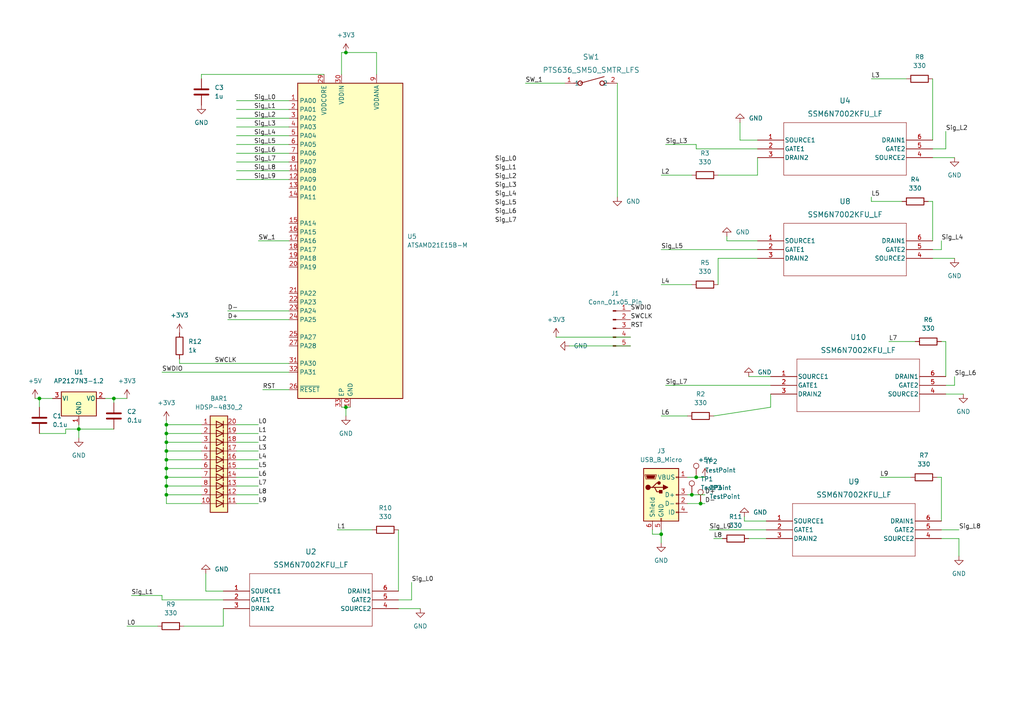
<source format=kicad_sch>
(kicad_sch
	(version 20250114)
	(generator "eeschema")
	(generator_version "9.0")
	(uuid "e63e39d7-6ac0-4ffd-8aa3-1841a4541b55")
	(paper "A4")
	(lib_symbols
		(symbol "2N7002_Dual:SSM6N7002KFU_LF"
			(pin_names
				(offset 0.254)
			)
			(exclude_from_sim no)
			(in_bom yes)
			(on_board yes)
			(property "Reference" "U"
				(at 25.4 10.16 0)
				(effects
					(font
						(size 1.524 1.524)
					)
				)
			)
			(property "Value" "SSM6N7002KFU_LF"
				(at 25.4 7.62 0)
				(effects
					(font
						(size 1.524 1.524)
					)
				)
			)
			(property "Footprint" "SOT-363   US6_TOS"
				(at 0 0 0)
				(effects
					(font
						(size 1.27 1.27)
						(italic yes)
					)
					(hide yes)
				)
			)
			(property "Datasheet" "SSM6N7002KFU_LF"
				(at 0 0 0)
				(effects
					(font
						(size 1.27 1.27)
						(italic yes)
					)
					(hide yes)
				)
			)
			(property "Description" ""
				(at 0 0 0)
				(effects
					(font
						(size 1.27 1.27)
					)
					(hide yes)
				)
			)
			(property "ki_locked" ""
				(at 0 0 0)
				(effects
					(font
						(size 1.27 1.27)
					)
				)
			)
			(property "ki_keywords" "SSM6N7002KFU,LF"
				(at 0 0 0)
				(effects
					(font
						(size 1.27 1.27)
					)
					(hide yes)
				)
			)
			(property "ki_fp_filters" "SOT-363 US6_TOS SOT-363 US6_TOS-M SOT-363 US6_TOS-L"
				(at 0 0 0)
				(effects
					(font
						(size 1.27 1.27)
					)
					(hide yes)
				)
			)
			(symbol "SSM6N7002KFU_LF_0_1"
				(polyline
					(pts
						(xy 7.62 5.08) (xy 7.62 -10.16)
					)
					(stroke
						(width 0.127)
						(type default)
					)
					(fill
						(type none)
					)
				)
				(polyline
					(pts
						(xy 7.62 -10.16) (xy 43.18 -10.16)
					)
					(stroke
						(width 0.127)
						(type default)
					)
					(fill
						(type none)
					)
				)
				(polyline
					(pts
						(xy 43.18 5.08) (xy 7.62 5.08)
					)
					(stroke
						(width 0.127)
						(type default)
					)
					(fill
						(type none)
					)
				)
				(polyline
					(pts
						(xy 43.18 -10.16) (xy 43.18 5.08)
					)
					(stroke
						(width 0.127)
						(type default)
					)
					(fill
						(type none)
					)
				)
				(pin unspecified line
					(at 0 0 0)
					(length 7.62)
					(name "SOURCE1"
						(effects
							(font
								(size 1.27 1.27)
							)
						)
					)
					(number "1"
						(effects
							(font
								(size 1.27 1.27)
							)
						)
					)
				)
				(pin unspecified line
					(at 0 -2.54 0)
					(length 7.62)
					(name "GATE1"
						(effects
							(font
								(size 1.27 1.27)
							)
						)
					)
					(number "2"
						(effects
							(font
								(size 1.27 1.27)
							)
						)
					)
				)
				(pin unspecified line
					(at 0 -5.08 0)
					(length 7.62)
					(name "DRAIN2"
						(effects
							(font
								(size 1.27 1.27)
							)
						)
					)
					(number "3"
						(effects
							(font
								(size 1.27 1.27)
							)
						)
					)
				)
				(pin unspecified line
					(at 50.8 0 180)
					(length 7.62)
					(name "DRAIN1"
						(effects
							(font
								(size 1.27 1.27)
							)
						)
					)
					(number "6"
						(effects
							(font
								(size 1.27 1.27)
							)
						)
					)
				)
				(pin unspecified line
					(at 50.8 -2.54 180)
					(length 7.62)
					(name "GATE2"
						(effects
							(font
								(size 1.27 1.27)
							)
						)
					)
					(number "5"
						(effects
							(font
								(size 1.27 1.27)
							)
						)
					)
				)
				(pin unspecified line
					(at 50.8 -5.08 180)
					(length 7.62)
					(name "SOURCE2"
						(effects
							(font
								(size 1.27 1.27)
							)
						)
					)
					(number "4"
						(effects
							(font
								(size 1.27 1.27)
							)
						)
					)
				)
			)
			(embedded_fonts no)
		)
		(symbol "Connector:Conn_01x05_Pin"
			(pin_names
				(offset 1.016)
				(hide yes)
			)
			(exclude_from_sim no)
			(in_bom yes)
			(on_board yes)
			(property "Reference" "J"
				(at 0 7.62 0)
				(effects
					(font
						(size 1.27 1.27)
					)
				)
			)
			(property "Value" "Conn_01x05_Pin"
				(at 0 -7.62 0)
				(effects
					(font
						(size 1.27 1.27)
					)
				)
			)
			(property "Footprint" ""
				(at 0 0 0)
				(effects
					(font
						(size 1.27 1.27)
					)
					(hide yes)
				)
			)
			(property "Datasheet" "~"
				(at 0 0 0)
				(effects
					(font
						(size 1.27 1.27)
					)
					(hide yes)
				)
			)
			(property "Description" "Generic connector, single row, 01x05, script generated"
				(at 0 0 0)
				(effects
					(font
						(size 1.27 1.27)
					)
					(hide yes)
				)
			)
			(property "ki_locked" ""
				(at 0 0 0)
				(effects
					(font
						(size 1.27 1.27)
					)
				)
			)
			(property "ki_keywords" "connector"
				(at 0 0 0)
				(effects
					(font
						(size 1.27 1.27)
					)
					(hide yes)
				)
			)
			(property "ki_fp_filters" "Connector*:*_1x??_*"
				(at 0 0 0)
				(effects
					(font
						(size 1.27 1.27)
					)
					(hide yes)
				)
			)
			(symbol "Conn_01x05_Pin_1_1"
				(rectangle
					(start 0.8636 5.207)
					(end 0 4.953)
					(stroke
						(width 0.1524)
						(type default)
					)
					(fill
						(type outline)
					)
				)
				(rectangle
					(start 0.8636 2.667)
					(end 0 2.413)
					(stroke
						(width 0.1524)
						(type default)
					)
					(fill
						(type outline)
					)
				)
				(rectangle
					(start 0.8636 0.127)
					(end 0 -0.127)
					(stroke
						(width 0.1524)
						(type default)
					)
					(fill
						(type outline)
					)
				)
				(rectangle
					(start 0.8636 -2.413)
					(end 0 -2.667)
					(stroke
						(width 0.1524)
						(type default)
					)
					(fill
						(type outline)
					)
				)
				(rectangle
					(start 0.8636 -4.953)
					(end 0 -5.207)
					(stroke
						(width 0.1524)
						(type default)
					)
					(fill
						(type outline)
					)
				)
				(polyline
					(pts
						(xy 1.27 5.08) (xy 0.8636 5.08)
					)
					(stroke
						(width 0.1524)
						(type default)
					)
					(fill
						(type none)
					)
				)
				(polyline
					(pts
						(xy 1.27 2.54) (xy 0.8636 2.54)
					)
					(stroke
						(width 0.1524)
						(type default)
					)
					(fill
						(type none)
					)
				)
				(polyline
					(pts
						(xy 1.27 0) (xy 0.8636 0)
					)
					(stroke
						(width 0.1524)
						(type default)
					)
					(fill
						(type none)
					)
				)
				(polyline
					(pts
						(xy 1.27 -2.54) (xy 0.8636 -2.54)
					)
					(stroke
						(width 0.1524)
						(type default)
					)
					(fill
						(type none)
					)
				)
				(polyline
					(pts
						(xy 1.27 -5.08) (xy 0.8636 -5.08)
					)
					(stroke
						(width 0.1524)
						(type default)
					)
					(fill
						(type none)
					)
				)
				(pin passive line
					(at 5.08 5.08 180)
					(length 3.81)
					(name "Pin_1"
						(effects
							(font
								(size 1.27 1.27)
							)
						)
					)
					(number "1"
						(effects
							(font
								(size 1.27 1.27)
							)
						)
					)
				)
				(pin passive line
					(at 5.08 2.54 180)
					(length 3.81)
					(name "Pin_2"
						(effects
							(font
								(size 1.27 1.27)
							)
						)
					)
					(number "2"
						(effects
							(font
								(size 1.27 1.27)
							)
						)
					)
				)
				(pin passive line
					(at 5.08 0 180)
					(length 3.81)
					(name "Pin_3"
						(effects
							(font
								(size 1.27 1.27)
							)
						)
					)
					(number "3"
						(effects
							(font
								(size 1.27 1.27)
							)
						)
					)
				)
				(pin passive line
					(at 5.08 -2.54 180)
					(length 3.81)
					(name "Pin_4"
						(effects
							(font
								(size 1.27 1.27)
							)
						)
					)
					(number "4"
						(effects
							(font
								(size 1.27 1.27)
							)
						)
					)
				)
				(pin passive line
					(at 5.08 -5.08 180)
					(length 3.81)
					(name "Pin_5"
						(effects
							(font
								(size 1.27 1.27)
							)
						)
					)
					(number "5"
						(effects
							(font
								(size 1.27 1.27)
							)
						)
					)
				)
			)
			(embedded_fonts no)
		)
		(symbol "Connector:TestPoint"
			(pin_numbers
				(hide yes)
			)
			(pin_names
				(offset 0.762)
				(hide yes)
			)
			(exclude_from_sim no)
			(in_bom yes)
			(on_board yes)
			(property "Reference" "TP"
				(at 0 6.858 0)
				(effects
					(font
						(size 1.27 1.27)
					)
				)
			)
			(property "Value" "TestPoint"
				(at 0 5.08 0)
				(effects
					(font
						(size 1.27 1.27)
					)
				)
			)
			(property "Footprint" ""
				(at 5.08 0 0)
				(effects
					(font
						(size 1.27 1.27)
					)
					(hide yes)
				)
			)
			(property "Datasheet" "~"
				(at 5.08 0 0)
				(effects
					(font
						(size 1.27 1.27)
					)
					(hide yes)
				)
			)
			(property "Description" "test point"
				(at 0 0 0)
				(effects
					(font
						(size 1.27 1.27)
					)
					(hide yes)
				)
			)
			(property "ki_keywords" "test point tp"
				(at 0 0 0)
				(effects
					(font
						(size 1.27 1.27)
					)
					(hide yes)
				)
			)
			(property "ki_fp_filters" "Pin* Test*"
				(at 0 0 0)
				(effects
					(font
						(size 1.27 1.27)
					)
					(hide yes)
				)
			)
			(symbol "TestPoint_0_1"
				(circle
					(center 0 3.302)
					(radius 0.762)
					(stroke
						(width 0)
						(type default)
					)
					(fill
						(type none)
					)
				)
			)
			(symbol "TestPoint_1_1"
				(pin passive line
					(at 0 0 90)
					(length 2.54)
					(name "1"
						(effects
							(font
								(size 1.27 1.27)
							)
						)
					)
					(number "1"
						(effects
							(font
								(size 1.27 1.27)
							)
						)
					)
				)
			)
			(embedded_fonts no)
		)
		(symbol "Connector:USB_B_Micro"
			(pin_names
				(offset 1.016)
			)
			(exclude_from_sim no)
			(in_bom yes)
			(on_board yes)
			(property "Reference" "J"
				(at -5.08 11.43 0)
				(effects
					(font
						(size 1.27 1.27)
					)
					(justify left)
				)
			)
			(property "Value" "USB_B_Micro"
				(at -5.08 8.89 0)
				(effects
					(font
						(size 1.27 1.27)
					)
					(justify left)
				)
			)
			(property "Footprint" ""
				(at 3.81 -1.27 0)
				(effects
					(font
						(size 1.27 1.27)
					)
					(hide yes)
				)
			)
			(property "Datasheet" "~"
				(at 3.81 -1.27 0)
				(effects
					(font
						(size 1.27 1.27)
					)
					(hide yes)
				)
			)
			(property "Description" "USB Micro Type B connector"
				(at 0 0 0)
				(effects
					(font
						(size 1.27 1.27)
					)
					(hide yes)
				)
			)
			(property "ki_keywords" "connector USB micro"
				(at 0 0 0)
				(effects
					(font
						(size 1.27 1.27)
					)
					(hide yes)
				)
			)
			(property "ki_fp_filters" "USB*"
				(at 0 0 0)
				(effects
					(font
						(size 1.27 1.27)
					)
					(hide yes)
				)
			)
			(symbol "USB_B_Micro_0_1"
				(rectangle
					(start -5.08 -7.62)
					(end 5.08 7.62)
					(stroke
						(width 0.254)
						(type default)
					)
					(fill
						(type background)
					)
				)
				(polyline
					(pts
						(xy -4.699 5.842) (xy -4.699 5.588) (xy -4.445 4.826) (xy -4.445 4.572) (xy -1.651 4.572) (xy -1.651 4.826)
						(xy -1.397 5.588) (xy -1.397 5.842) (xy -4.699 5.842)
					)
					(stroke
						(width 0)
						(type default)
					)
					(fill
						(type none)
					)
				)
				(polyline
					(pts
						(xy -4.318 5.588) (xy -1.778 5.588) (xy -2.032 4.826) (xy -4.064 4.826) (xy -4.318 5.588)
					)
					(stroke
						(width 0)
						(type default)
					)
					(fill
						(type outline)
					)
				)
				(circle
					(center -3.81 2.159)
					(radius 0.635)
					(stroke
						(width 0.254)
						(type default)
					)
					(fill
						(type outline)
					)
				)
				(polyline
					(pts
						(xy -3.175 2.159) (xy -2.54 2.159) (xy -1.27 3.429) (xy -0.635 3.429)
					)
					(stroke
						(width 0.254)
						(type default)
					)
					(fill
						(type none)
					)
				)
				(polyline
					(pts
						(xy -2.54 2.159) (xy -1.905 2.159) (xy -1.27 0.889) (xy 0 0.889)
					)
					(stroke
						(width 0.254)
						(type default)
					)
					(fill
						(type none)
					)
				)
				(polyline
					(pts
						(xy -1.905 2.159) (xy 0.635 2.159)
					)
					(stroke
						(width 0.254)
						(type default)
					)
					(fill
						(type none)
					)
				)
				(circle
					(center -0.635 3.429)
					(radius 0.381)
					(stroke
						(width 0.254)
						(type default)
					)
					(fill
						(type outline)
					)
				)
				(rectangle
					(start -0.127 -7.62)
					(end 0.127 -6.858)
					(stroke
						(width 0)
						(type default)
					)
					(fill
						(type none)
					)
				)
				(rectangle
					(start 0.254 1.27)
					(end -0.508 0.508)
					(stroke
						(width 0.254)
						(type default)
					)
					(fill
						(type outline)
					)
				)
				(polyline
					(pts
						(xy 0.635 2.794) (xy 0.635 1.524) (xy 1.905 2.159) (xy 0.635 2.794)
					)
					(stroke
						(width 0.254)
						(type default)
					)
					(fill
						(type outline)
					)
				)
				(rectangle
					(start 5.08 4.953)
					(end 4.318 5.207)
					(stroke
						(width 0)
						(type default)
					)
					(fill
						(type none)
					)
				)
				(rectangle
					(start 5.08 -0.127)
					(end 4.318 0.127)
					(stroke
						(width 0)
						(type default)
					)
					(fill
						(type none)
					)
				)
				(rectangle
					(start 5.08 -2.667)
					(end 4.318 -2.413)
					(stroke
						(width 0)
						(type default)
					)
					(fill
						(type none)
					)
				)
				(rectangle
					(start 5.08 -5.207)
					(end 4.318 -4.953)
					(stroke
						(width 0)
						(type default)
					)
					(fill
						(type none)
					)
				)
			)
			(symbol "USB_B_Micro_1_1"
				(pin passive line
					(at -2.54 -10.16 90)
					(length 2.54)
					(name "Shield"
						(effects
							(font
								(size 1.27 1.27)
							)
						)
					)
					(number "6"
						(effects
							(font
								(size 1.27 1.27)
							)
						)
					)
				)
				(pin power_out line
					(at 0 -10.16 90)
					(length 2.54)
					(name "GND"
						(effects
							(font
								(size 1.27 1.27)
							)
						)
					)
					(number "5"
						(effects
							(font
								(size 1.27 1.27)
							)
						)
					)
				)
				(pin power_out line
					(at 7.62 5.08 180)
					(length 2.54)
					(name "VBUS"
						(effects
							(font
								(size 1.27 1.27)
							)
						)
					)
					(number "1"
						(effects
							(font
								(size 1.27 1.27)
							)
						)
					)
				)
				(pin bidirectional line
					(at 7.62 0 180)
					(length 2.54)
					(name "D+"
						(effects
							(font
								(size 1.27 1.27)
							)
						)
					)
					(number "3"
						(effects
							(font
								(size 1.27 1.27)
							)
						)
					)
				)
				(pin bidirectional line
					(at 7.62 -2.54 180)
					(length 2.54)
					(name "D-"
						(effects
							(font
								(size 1.27 1.27)
							)
						)
					)
					(number "2"
						(effects
							(font
								(size 1.27 1.27)
							)
						)
					)
				)
				(pin passive line
					(at 7.62 -5.08 180)
					(length 2.54)
					(name "ID"
						(effects
							(font
								(size 1.27 1.27)
							)
						)
					)
					(number "4"
						(effects
							(font
								(size 1.27 1.27)
							)
						)
					)
				)
			)
			(embedded_fonts no)
		)
		(symbol "Device:C"
			(pin_numbers
				(hide yes)
			)
			(pin_names
				(offset 0.254)
			)
			(exclude_from_sim no)
			(in_bom yes)
			(on_board yes)
			(property "Reference" "C"
				(at 0.635 2.54 0)
				(effects
					(font
						(size 1.27 1.27)
					)
					(justify left)
				)
			)
			(property "Value" "C"
				(at 0.635 -2.54 0)
				(effects
					(font
						(size 1.27 1.27)
					)
					(justify left)
				)
			)
			(property "Footprint" ""
				(at 0.9652 -3.81 0)
				(effects
					(font
						(size 1.27 1.27)
					)
					(hide yes)
				)
			)
			(property "Datasheet" "~"
				(at 0 0 0)
				(effects
					(font
						(size 1.27 1.27)
					)
					(hide yes)
				)
			)
			(property "Description" "Unpolarized capacitor"
				(at 0 0 0)
				(effects
					(font
						(size 1.27 1.27)
					)
					(hide yes)
				)
			)
			(property "ki_keywords" "cap capacitor"
				(at 0 0 0)
				(effects
					(font
						(size 1.27 1.27)
					)
					(hide yes)
				)
			)
			(property "ki_fp_filters" "C_*"
				(at 0 0 0)
				(effects
					(font
						(size 1.27 1.27)
					)
					(hide yes)
				)
			)
			(symbol "C_0_1"
				(polyline
					(pts
						(xy -2.032 0.762) (xy 2.032 0.762)
					)
					(stroke
						(width 0.508)
						(type default)
					)
					(fill
						(type none)
					)
				)
				(polyline
					(pts
						(xy -2.032 -0.762) (xy 2.032 -0.762)
					)
					(stroke
						(width 0.508)
						(type default)
					)
					(fill
						(type none)
					)
				)
			)
			(symbol "C_1_1"
				(pin passive line
					(at 0 3.81 270)
					(length 2.794)
					(name "~"
						(effects
							(font
								(size 1.27 1.27)
							)
						)
					)
					(number "1"
						(effects
							(font
								(size 1.27 1.27)
							)
						)
					)
				)
				(pin passive line
					(at 0 -3.81 90)
					(length 2.794)
					(name "~"
						(effects
							(font
								(size 1.27 1.27)
							)
						)
					)
					(number "2"
						(effects
							(font
								(size 1.27 1.27)
							)
						)
					)
				)
			)
			(embedded_fonts no)
		)
		(symbol "Device:R"
			(pin_numbers
				(hide yes)
			)
			(pin_names
				(offset 0)
			)
			(exclude_from_sim no)
			(in_bom yes)
			(on_board yes)
			(property "Reference" "R"
				(at 2.032 0 90)
				(effects
					(font
						(size 1.27 1.27)
					)
				)
			)
			(property "Value" "R"
				(at 0 0 90)
				(effects
					(font
						(size 1.27 1.27)
					)
				)
			)
			(property "Footprint" ""
				(at -1.778 0 90)
				(effects
					(font
						(size 1.27 1.27)
					)
					(hide yes)
				)
			)
			(property "Datasheet" "~"
				(at 0 0 0)
				(effects
					(font
						(size 1.27 1.27)
					)
					(hide yes)
				)
			)
			(property "Description" "Resistor"
				(at 0 0 0)
				(effects
					(font
						(size 1.27 1.27)
					)
					(hide yes)
				)
			)
			(property "ki_keywords" "R res resistor"
				(at 0 0 0)
				(effects
					(font
						(size 1.27 1.27)
					)
					(hide yes)
				)
			)
			(property "ki_fp_filters" "R_*"
				(at 0 0 0)
				(effects
					(font
						(size 1.27 1.27)
					)
					(hide yes)
				)
			)
			(symbol "R_0_1"
				(rectangle
					(start -1.016 -2.54)
					(end 1.016 2.54)
					(stroke
						(width 0.254)
						(type default)
					)
					(fill
						(type none)
					)
				)
			)
			(symbol "R_1_1"
				(pin passive line
					(at 0 3.81 270)
					(length 1.27)
					(name "~"
						(effects
							(font
								(size 1.27 1.27)
							)
						)
					)
					(number "1"
						(effects
							(font
								(size 1.27 1.27)
							)
						)
					)
				)
				(pin passive line
					(at 0 -3.81 90)
					(length 1.27)
					(name "~"
						(effects
							(font
								(size 1.27 1.27)
							)
						)
					)
					(number "2"
						(effects
							(font
								(size 1.27 1.27)
							)
						)
					)
				)
			)
			(embedded_fonts no)
		)
		(symbol "LED:HDSP-4830_2"
			(pin_names
				(offset 1.016)
				(hide yes)
			)
			(exclude_from_sim no)
			(in_bom yes)
			(on_board yes)
			(property "Reference" "BAR"
				(at 0 15.24 0)
				(effects
					(font
						(size 1.27 1.27)
					)
				)
			)
			(property "Value" "HDSP-4830_2"
				(at 0 -17.78 0)
				(effects
					(font
						(size 1.27 1.27)
					)
				)
			)
			(property "Footprint" "Display:HDSP-4830"
				(at 0 -20.32 0)
				(effects
					(font
						(size 1.27 1.27)
					)
					(hide yes)
				)
			)
			(property "Datasheet" "https://docs.broadcom.com/docs/AV02-1798EN"
				(at -50.8 5.08 0)
				(effects
					(font
						(size 1.27 1.27)
					)
					(hide yes)
				)
			)
			(property "Description" "BAR GRAPH 10 segment block, high efficiency red"
				(at 0 0 0)
				(effects
					(font
						(size 1.27 1.27)
					)
					(hide yes)
				)
			)
			(property "ki_keywords" "display LED array"
				(at 0 0 0)
				(effects
					(font
						(size 1.27 1.27)
					)
					(hide yes)
				)
			)
			(property "ki_fp_filters" "HDSP?48*"
				(at 0 0 0)
				(effects
					(font
						(size 1.27 1.27)
					)
					(hide yes)
				)
			)
			(symbol "HDSP-4830_2_0_1"
				(rectangle
					(start -2.54 12.7)
					(end 2.54 -15.24)
					(stroke
						(width 0.254)
						(type default)
					)
					(fill
						(type background)
					)
				)
				(polyline
					(pts
						(xy -2.54 10.16) (xy 2.54 10.16)
					)
					(stroke
						(width 0)
						(type default)
					)
					(fill
						(type none)
					)
				)
				(polyline
					(pts
						(xy -2.54 7.62) (xy 2.54 7.62)
					)
					(stroke
						(width 0)
						(type default)
					)
					(fill
						(type none)
					)
				)
				(polyline
					(pts
						(xy -2.54 5.08) (xy 2.54 5.08)
					)
					(stroke
						(width 0)
						(type default)
					)
					(fill
						(type none)
					)
				)
				(polyline
					(pts
						(xy -2.54 0) (xy 2.54 0)
					)
					(stroke
						(width 0)
						(type default)
					)
					(fill
						(type none)
					)
				)
				(polyline
					(pts
						(xy -2.54 -5.08) (xy 2.54 -5.08)
					)
					(stroke
						(width 0)
						(type default)
					)
					(fill
						(type none)
					)
				)
				(polyline
					(pts
						(xy -2.54 -7.62) (xy 2.54 -7.62)
					)
					(stroke
						(width 0)
						(type default)
					)
					(fill
						(type none)
					)
				)
				(polyline
					(pts
						(xy -2.54 -10.16) (xy 2.54 -10.16)
					)
					(stroke
						(width 0)
						(type default)
					)
					(fill
						(type none)
					)
				)
				(polyline
					(pts
						(xy -2.54 -12.7) (xy 2.54 -12.7)
					)
					(stroke
						(width 0)
						(type default)
					)
					(fill
						(type none)
					)
				)
				(polyline
					(pts
						(xy -0.762 11.176) (xy -0.762 9.144) (xy 1.27 10.16) (xy -0.762 11.176)
					)
					(stroke
						(width 0.254)
						(type default)
					)
					(fill
						(type none)
					)
				)
				(polyline
					(pts
						(xy -0.762 8.636) (xy -0.762 6.604) (xy 1.27 7.62) (xy -0.762 8.636)
					)
					(stroke
						(width 0.254)
						(type default)
					)
					(fill
						(type none)
					)
				)
				(polyline
					(pts
						(xy -0.762 6.096) (xy -0.762 4.064) (xy 1.27 5.08) (xy -0.762 6.096)
					)
					(stroke
						(width 0.254)
						(type default)
					)
					(fill
						(type none)
					)
				)
				(polyline
					(pts
						(xy -0.762 3.556) (xy -0.762 1.524) (xy 1.27 2.54) (xy -0.762 3.556)
					)
					(stroke
						(width 0.254)
						(type default)
					)
					(fill
						(type none)
					)
				)
				(polyline
					(pts
						(xy -0.762 1.016) (xy -0.762 -1.016) (xy 1.27 0) (xy -0.762 1.016)
					)
					(stroke
						(width 0.254)
						(type default)
					)
					(fill
						(type none)
					)
				)
				(polyline
					(pts
						(xy -0.762 -1.524) (xy -0.762 -3.556) (xy 1.27 -2.54) (xy -0.762 -1.524)
					)
					(stroke
						(width 0.254)
						(type default)
					)
					(fill
						(type none)
					)
				)
				(polyline
					(pts
						(xy -0.762 -4.064) (xy -0.762 -6.096) (xy 1.27 -5.08) (xy -0.762 -4.064)
					)
					(stroke
						(width 0.254)
						(type default)
					)
					(fill
						(type none)
					)
				)
				(polyline
					(pts
						(xy -0.762 -6.604) (xy -0.762 -8.636) (xy 1.27 -7.62) (xy -0.762 -6.604)
					)
					(stroke
						(width 0.254)
						(type default)
					)
					(fill
						(type none)
					)
				)
				(polyline
					(pts
						(xy -0.762 -9.144) (xy -0.762 -11.176) (xy 1.27 -10.16) (xy -0.762 -9.144)
					)
					(stroke
						(width 0.254)
						(type default)
					)
					(fill
						(type none)
					)
				)
				(polyline
					(pts
						(xy -0.762 -11.684) (xy -0.762 -13.716) (xy 1.27 -12.7) (xy -0.762 -11.684)
					)
					(stroke
						(width 0.254)
						(type default)
					)
					(fill
						(type none)
					)
				)
				(polyline
					(pts
						(xy 1.27 11.176) (xy 1.27 9.144)
					)
					(stroke
						(width 0.254)
						(type default)
					)
					(fill
						(type none)
					)
				)
				(polyline
					(pts
						(xy 1.27 8.636) (xy 1.27 6.604)
					)
					(stroke
						(width 0.254)
						(type default)
					)
					(fill
						(type none)
					)
				)
				(polyline
					(pts
						(xy 1.27 6.096) (xy 1.27 4.064)
					)
					(stroke
						(width 0.254)
						(type default)
					)
					(fill
						(type none)
					)
				)
				(polyline
					(pts
						(xy 1.27 3.556) (xy 1.27 1.524)
					)
					(stroke
						(width 0.254)
						(type default)
					)
					(fill
						(type none)
					)
				)
				(polyline
					(pts
						(xy 1.27 1.016) (xy 1.27 -1.016)
					)
					(stroke
						(width 0.254)
						(type default)
					)
					(fill
						(type none)
					)
				)
				(polyline
					(pts
						(xy 1.27 -1.524) (xy 1.27 -3.556)
					)
					(stroke
						(width 0.254)
						(type default)
					)
					(fill
						(type none)
					)
				)
				(polyline
					(pts
						(xy 1.27 -4.064) (xy 1.27 -6.096)
					)
					(stroke
						(width 0.254)
						(type default)
					)
					(fill
						(type none)
					)
				)
				(polyline
					(pts
						(xy 1.27 -6.604) (xy 1.27 -8.636)
					)
					(stroke
						(width 0.254)
						(type default)
					)
					(fill
						(type none)
					)
				)
				(polyline
					(pts
						(xy 1.27 -9.144) (xy 1.27 -11.176)
					)
					(stroke
						(width 0.254)
						(type default)
					)
					(fill
						(type none)
					)
				)
				(polyline
					(pts
						(xy 1.27 -11.684) (xy 1.27 -13.716)
					)
					(stroke
						(width 0.254)
						(type default)
					)
					(fill
						(type none)
					)
				)
				(polyline
					(pts
						(xy 2.54 2.54) (xy -2.54 2.54)
					)
					(stroke
						(width 0)
						(type default)
					)
					(fill
						(type none)
					)
				)
				(polyline
					(pts
						(xy 2.54 -2.54) (xy -2.54 -2.54)
					)
					(stroke
						(width 0)
						(type default)
					)
					(fill
						(type none)
					)
				)
			)
			(symbol "HDSP-4830_2_1_1"
				(pin passive line
					(at -5.08 10.16 0)
					(length 2.54)
					(name "A"
						(effects
							(font
								(size 1.27 1.27)
							)
						)
					)
					(number "1"
						(effects
							(font
								(size 1.27 1.27)
							)
						)
					)
				)
				(pin passive line
					(at -5.08 7.62 0)
					(length 2.54)
					(name "A"
						(effects
							(font
								(size 1.27 1.27)
							)
						)
					)
					(number "2"
						(effects
							(font
								(size 1.27 1.27)
							)
						)
					)
				)
				(pin passive line
					(at -5.08 5.08 0)
					(length 2.54)
					(name "A"
						(effects
							(font
								(size 1.27 1.27)
							)
						)
					)
					(number "3"
						(effects
							(font
								(size 1.27 1.27)
							)
						)
					)
				)
				(pin passive line
					(at -5.08 2.54 0)
					(length 2.54)
					(name "A"
						(effects
							(font
								(size 1.27 1.27)
							)
						)
					)
					(number "4"
						(effects
							(font
								(size 1.27 1.27)
							)
						)
					)
				)
				(pin passive line
					(at -5.08 0 0)
					(length 2.54)
					(name "A"
						(effects
							(font
								(size 1.27 1.27)
							)
						)
					)
					(number "5"
						(effects
							(font
								(size 1.27 1.27)
							)
						)
					)
				)
				(pin passive line
					(at -5.08 -2.54 0)
					(length 2.54)
					(name "A"
						(effects
							(font
								(size 1.27 1.27)
							)
						)
					)
					(number "6"
						(effects
							(font
								(size 1.27 1.27)
							)
						)
					)
				)
				(pin passive line
					(at -5.08 -5.08 0)
					(length 2.54)
					(name "A"
						(effects
							(font
								(size 1.27 1.27)
							)
						)
					)
					(number "7"
						(effects
							(font
								(size 1.27 1.27)
							)
						)
					)
				)
				(pin passive line
					(at -5.08 -7.62 0)
					(length 2.54)
					(name "A"
						(effects
							(font
								(size 1.27 1.27)
							)
						)
					)
					(number "8"
						(effects
							(font
								(size 1.27 1.27)
							)
						)
					)
				)
				(pin passive line
					(at -5.08 -10.16 0)
					(length 2.54)
					(name "A"
						(effects
							(font
								(size 1.27 1.27)
							)
						)
					)
					(number "9"
						(effects
							(font
								(size 1.27 1.27)
							)
						)
					)
				)
				(pin passive line
					(at -5.08 -12.7 0)
					(length 2.54)
					(name "A"
						(effects
							(font
								(size 1.27 1.27)
							)
						)
					)
					(number "10"
						(effects
							(font
								(size 1.27 1.27)
							)
						)
					)
				)
				(pin passive line
					(at 5.08 10.16 180)
					(length 2.54)
					(name "K"
						(effects
							(font
								(size 1.27 1.27)
							)
						)
					)
					(number "20"
						(effects
							(font
								(size 1.27 1.27)
							)
						)
					)
				)
				(pin passive line
					(at 5.08 7.62 180)
					(length 2.54)
					(name "K"
						(effects
							(font
								(size 1.27 1.27)
							)
						)
					)
					(number "19"
						(effects
							(font
								(size 1.27 1.27)
							)
						)
					)
				)
				(pin passive line
					(at 5.08 5.08 180)
					(length 2.54)
					(name "K"
						(effects
							(font
								(size 1.27 1.27)
							)
						)
					)
					(number "18"
						(effects
							(font
								(size 1.27 1.27)
							)
						)
					)
				)
				(pin passive line
					(at 5.08 2.54 180)
					(length 2.54)
					(name "K"
						(effects
							(font
								(size 1.27 1.27)
							)
						)
					)
					(number "17"
						(effects
							(font
								(size 1.27 1.27)
							)
						)
					)
				)
				(pin passive line
					(at 5.08 0 180)
					(length 2.54)
					(name "K"
						(effects
							(font
								(size 1.27 1.27)
							)
						)
					)
					(number "16"
						(effects
							(font
								(size 1.27 1.27)
							)
						)
					)
				)
				(pin passive line
					(at 5.08 -2.54 180)
					(length 2.54)
					(name "K"
						(effects
							(font
								(size 1.27 1.27)
							)
						)
					)
					(number "15"
						(effects
							(font
								(size 1.27 1.27)
							)
						)
					)
				)
				(pin passive line
					(at 5.08 -5.08 180)
					(length 2.54)
					(name "K"
						(effects
							(font
								(size 1.27 1.27)
							)
						)
					)
					(number "14"
						(effects
							(font
								(size 1.27 1.27)
							)
						)
					)
				)
				(pin passive line
					(at 5.08 -7.62 180)
					(length 2.54)
					(name "K"
						(effects
							(font
								(size 1.27 1.27)
							)
						)
					)
					(number "13"
						(effects
							(font
								(size 1.27 1.27)
							)
						)
					)
				)
				(pin passive line
					(at 5.08 -10.16 180)
					(length 2.54)
					(name "K"
						(effects
							(font
								(size 1.27 1.27)
							)
						)
					)
					(number "12"
						(effects
							(font
								(size 1.27 1.27)
							)
						)
					)
				)
				(pin passive line
					(at 5.08 -12.7 180)
					(length 2.54)
					(name "K"
						(effects
							(font
								(size 1.27 1.27)
							)
						)
					)
					(number "11"
						(effects
							(font
								(size 1.27 1.27)
							)
						)
					)
				)
			)
			(embedded_fonts no)
		)
		(symbol "MCU_Microchip_SAMD:ATSAMD21E15B-M"
			(exclude_from_sim no)
			(in_bom yes)
			(on_board yes)
			(property "Reference" "U"
				(at -13.97 46.99 0)
				(effects
					(font
						(size 1.27 1.27)
					)
				)
			)
			(property "Value" "ATSAMD21E15B-M"
				(at 16.51 46.99 0)
				(effects
					(font
						(size 1.27 1.27)
					)
				)
			)
			(property "Footprint" "Package_DFN_QFN:QFN-32-1EP_5x5mm_P0.5mm_EP3.6x3.6mm"
				(at 34.29 -46.99 0)
				(effects
					(font
						(size 1.27 1.27)
					)
					(hide yes)
				)
			)
			(property "Datasheet" "http://ww1.microchip.com/downloads/en/DeviceDoc/SAM_D21_DA1_Family_Data%20Sheet_DS40001882E.pdf"
				(at 0 0 0)
				(effects
					(font
						(size 1.27 1.27)
					)
					(hide yes)
				)
			)
			(property "Description" "SAM D21 Microchip SMART ARM-based Flash MCU, 48Mhz, 32K Flash w/ 1K RWW, 4K SRAM, QFN-32"
				(at 0 0 0)
				(effects
					(font
						(size 1.27 1.27)
					)
					(hide yes)
				)
			)
			(property "ki_keywords" "32-bit ARM Cortex-M0+ MCU Microcontroller"
				(at 0 0 0)
				(effects
					(font
						(size 1.27 1.27)
					)
					(hide yes)
				)
			)
			(property "ki_fp_filters" "QFN*5x5mm*P0.5mm*"
				(at 0 0 0)
				(effects
					(font
						(size 1.27 1.27)
					)
					(hide yes)
				)
			)
			(symbol "ATSAMD21E15B-M_1_1"
				(rectangle
					(start -15.24 45.72)
					(end 15.24 -45.72)
					(stroke
						(width 0.254)
						(type default)
					)
					(fill
						(type background)
					)
				)
				(pin bidirectional line
					(at -17.78 40.64 0)
					(length 2.54)
					(name "PA00"
						(effects
							(font
								(size 1.27 1.27)
							)
						)
					)
					(number "1"
						(effects
							(font
								(size 1.27 1.27)
							)
						)
					)
				)
				(pin bidirectional line
					(at -17.78 38.1 0)
					(length 2.54)
					(name "PA01"
						(effects
							(font
								(size 1.27 1.27)
							)
						)
					)
					(number "2"
						(effects
							(font
								(size 1.27 1.27)
							)
						)
					)
				)
				(pin bidirectional line
					(at -17.78 35.56 0)
					(length 2.54)
					(name "PA02"
						(effects
							(font
								(size 1.27 1.27)
							)
						)
					)
					(number "3"
						(effects
							(font
								(size 1.27 1.27)
							)
						)
					)
				)
				(pin bidirectional line
					(at -17.78 33.02 0)
					(length 2.54)
					(name "PA03"
						(effects
							(font
								(size 1.27 1.27)
							)
						)
					)
					(number "4"
						(effects
							(font
								(size 1.27 1.27)
							)
						)
					)
				)
				(pin bidirectional line
					(at -17.78 30.48 0)
					(length 2.54)
					(name "PA04"
						(effects
							(font
								(size 1.27 1.27)
							)
						)
					)
					(number "5"
						(effects
							(font
								(size 1.27 1.27)
							)
						)
					)
				)
				(pin bidirectional line
					(at -17.78 27.94 0)
					(length 2.54)
					(name "PA05"
						(effects
							(font
								(size 1.27 1.27)
							)
						)
					)
					(number "6"
						(effects
							(font
								(size 1.27 1.27)
							)
						)
					)
				)
				(pin bidirectional line
					(at -17.78 25.4 0)
					(length 2.54)
					(name "PA06"
						(effects
							(font
								(size 1.27 1.27)
							)
						)
					)
					(number "7"
						(effects
							(font
								(size 1.27 1.27)
							)
						)
					)
				)
				(pin bidirectional line
					(at -17.78 22.86 0)
					(length 2.54)
					(name "PA07"
						(effects
							(font
								(size 1.27 1.27)
							)
						)
					)
					(number "8"
						(effects
							(font
								(size 1.27 1.27)
							)
						)
					)
				)
				(pin bidirectional line
					(at -17.78 20.32 0)
					(length 2.54)
					(name "PA08"
						(effects
							(font
								(size 1.27 1.27)
							)
						)
					)
					(number "11"
						(effects
							(font
								(size 1.27 1.27)
							)
						)
					)
				)
				(pin bidirectional line
					(at -17.78 17.78 0)
					(length 2.54)
					(name "PA09"
						(effects
							(font
								(size 1.27 1.27)
							)
						)
					)
					(number "12"
						(effects
							(font
								(size 1.27 1.27)
							)
						)
					)
				)
				(pin bidirectional line
					(at -17.78 15.24 0)
					(length 2.54)
					(name "PA10"
						(effects
							(font
								(size 1.27 1.27)
							)
						)
					)
					(number "13"
						(effects
							(font
								(size 1.27 1.27)
							)
						)
					)
				)
				(pin bidirectional line
					(at -17.78 12.7 0)
					(length 2.54)
					(name "PA11"
						(effects
							(font
								(size 1.27 1.27)
							)
						)
					)
					(number "14"
						(effects
							(font
								(size 1.27 1.27)
							)
						)
					)
				)
				(pin bidirectional line
					(at -17.78 5.08 0)
					(length 2.54)
					(name "PA14"
						(effects
							(font
								(size 1.27 1.27)
							)
						)
					)
					(number "15"
						(effects
							(font
								(size 1.27 1.27)
							)
						)
					)
				)
				(pin bidirectional line
					(at -17.78 2.54 0)
					(length 2.54)
					(name "PA15"
						(effects
							(font
								(size 1.27 1.27)
							)
						)
					)
					(number "16"
						(effects
							(font
								(size 1.27 1.27)
							)
						)
					)
				)
				(pin bidirectional line
					(at -17.78 0 0)
					(length 2.54)
					(name "PA16"
						(effects
							(font
								(size 1.27 1.27)
							)
						)
					)
					(number "17"
						(effects
							(font
								(size 1.27 1.27)
							)
						)
					)
				)
				(pin bidirectional line
					(at -17.78 -2.54 0)
					(length 2.54)
					(name "PA17"
						(effects
							(font
								(size 1.27 1.27)
							)
						)
					)
					(number "18"
						(effects
							(font
								(size 1.27 1.27)
							)
						)
					)
				)
				(pin bidirectional line
					(at -17.78 -5.08 0)
					(length 2.54)
					(name "PA18"
						(effects
							(font
								(size 1.27 1.27)
							)
						)
					)
					(number "19"
						(effects
							(font
								(size 1.27 1.27)
							)
						)
					)
				)
				(pin bidirectional line
					(at -17.78 -7.62 0)
					(length 2.54)
					(name "PA19"
						(effects
							(font
								(size 1.27 1.27)
							)
						)
					)
					(number "20"
						(effects
							(font
								(size 1.27 1.27)
							)
						)
					)
				)
				(pin bidirectional line
					(at -17.78 -15.24 0)
					(length 2.54)
					(name "PA22"
						(effects
							(font
								(size 1.27 1.27)
							)
						)
					)
					(number "21"
						(effects
							(font
								(size 1.27 1.27)
							)
						)
					)
				)
				(pin bidirectional line
					(at -17.78 -17.78 0)
					(length 2.54)
					(name "PA23"
						(effects
							(font
								(size 1.27 1.27)
							)
						)
					)
					(number "22"
						(effects
							(font
								(size 1.27 1.27)
							)
						)
					)
				)
				(pin bidirectional line
					(at -17.78 -20.32 0)
					(length 2.54)
					(name "PA24"
						(effects
							(font
								(size 1.27 1.27)
							)
						)
					)
					(number "23"
						(effects
							(font
								(size 1.27 1.27)
							)
						)
					)
				)
				(pin bidirectional line
					(at -17.78 -22.86 0)
					(length 2.54)
					(name "PA25"
						(effects
							(font
								(size 1.27 1.27)
							)
						)
					)
					(number "24"
						(effects
							(font
								(size 1.27 1.27)
							)
						)
					)
				)
				(pin bidirectional line
					(at -17.78 -27.94 0)
					(length 2.54)
					(name "PA27"
						(effects
							(font
								(size 1.27 1.27)
							)
						)
					)
					(number "25"
						(effects
							(font
								(size 1.27 1.27)
							)
						)
					)
				)
				(pin bidirectional line
					(at -17.78 -30.48 0)
					(length 2.54)
					(name "PA28"
						(effects
							(font
								(size 1.27 1.27)
							)
						)
					)
					(number "27"
						(effects
							(font
								(size 1.27 1.27)
							)
						)
					)
				)
				(pin bidirectional line
					(at -17.78 -35.56 0)
					(length 2.54)
					(name "PA30"
						(effects
							(font
								(size 1.27 1.27)
							)
						)
					)
					(number "31"
						(effects
							(font
								(size 1.27 1.27)
							)
						)
					)
				)
				(pin bidirectional line
					(at -17.78 -38.1 0)
					(length 2.54)
					(name "PA31"
						(effects
							(font
								(size 1.27 1.27)
							)
						)
					)
					(number "32"
						(effects
							(font
								(size 1.27 1.27)
							)
						)
					)
				)
				(pin input line
					(at -17.78 -43.18 0)
					(length 2.54)
					(name "~{RESET}"
						(effects
							(font
								(size 1.27 1.27)
							)
						)
					)
					(number "26"
						(effects
							(font
								(size 1.27 1.27)
							)
						)
					)
				)
				(pin power_out line
					(at -7.62 48.26 270)
					(length 2.54)
					(name "VDDCORE"
						(effects
							(font
								(size 1.27 1.27)
							)
						)
					)
					(number "29"
						(effects
							(font
								(size 1.27 1.27)
							)
						)
					)
				)
				(pin power_in line
					(at -2.54 48.26 270)
					(length 2.54)
					(name "VDDIN"
						(effects
							(font
								(size 1.27 1.27)
							)
						)
					)
					(number "30"
						(effects
							(font
								(size 1.27 1.27)
							)
						)
					)
				)
				(pin passive line
					(at -2.54 -48.26 90)
					(length 2.54)
					(name "EP"
						(effects
							(font
								(size 1.27 1.27)
							)
						)
					)
					(number "33"
						(effects
							(font
								(size 1.27 1.27)
							)
						)
					)
				)
				(pin power_in line
					(at 0 -48.26 90)
					(length 2.54)
					(name "GND"
						(effects
							(font
								(size 1.27 1.27)
							)
						)
					)
					(number "10"
						(effects
							(font
								(size 1.27 1.27)
							)
						)
					)
				)
				(pin passive line
					(at 0 -48.26 90)
					(length 2.54)
					(hide yes)
					(name "GND"
						(effects
							(font
								(size 1.27 1.27)
							)
						)
					)
					(number "28"
						(effects
							(font
								(size 1.27 1.27)
							)
						)
					)
				)
				(pin power_in line
					(at 7.62 48.26 270)
					(length 2.54)
					(name "VDDANA"
						(effects
							(font
								(size 1.27 1.27)
							)
						)
					)
					(number "9"
						(effects
							(font
								(size 1.27 1.27)
							)
						)
					)
				)
			)
			(embedded_fonts no)
		)
		(symbol "Regulator_Linear:AP2127N3-1.2"
			(pin_names
				(offset 0.254)
			)
			(exclude_from_sim no)
			(in_bom yes)
			(on_board yes)
			(property "Reference" "U"
				(at -3.81 3.175 0)
				(effects
					(font
						(size 1.27 1.27)
					)
				)
			)
			(property "Value" "AP2127N3-1.2"
				(at 0 3.175 0)
				(effects
					(font
						(size 1.27 1.27)
					)
					(justify left)
				)
			)
			(property "Footprint" "Package_TO_SOT_SMD:TSOT-23"
				(at 0 5.715 0)
				(effects
					(font
						(size 1.27 1.27)
						(italic yes)
					)
					(hide yes)
				)
			)
			(property "Datasheet" "https://www.diodes.com/assets/Datasheets/AP2127.pdf"
				(at 0 0 0)
				(effects
					(font
						(size 1.27 1.27)
					)
					(hide yes)
				)
			)
			(property "Description" "300mA low dropout linear regulator, shutdown pin, 2.5V-6V input voltage, 1.2V fixed positive output, SOT-23-3 package"
				(at 0 0 0)
				(effects
					(font
						(size 1.27 1.27)
					)
					(hide yes)
				)
			)
			(property "ki_keywords" "linear regulator ldo fixed positive"
				(at 0 0 0)
				(effects
					(font
						(size 1.27 1.27)
					)
					(hide yes)
				)
			)
			(property "ki_fp_filters" "TSOT?23*"
				(at 0 0 0)
				(effects
					(font
						(size 1.27 1.27)
					)
					(hide yes)
				)
			)
			(symbol "AP2127N3-1.2_0_1"
				(rectangle
					(start -5.08 1.905)
					(end 5.08 -5.08)
					(stroke
						(width 0.254)
						(type default)
					)
					(fill
						(type background)
					)
				)
			)
			(symbol "AP2127N3-1.2_1_1"
				(pin power_in line
					(at -7.62 0 0)
					(length 2.54)
					(name "VI"
						(effects
							(font
								(size 1.27 1.27)
							)
						)
					)
					(number "3"
						(effects
							(font
								(size 1.27 1.27)
							)
						)
					)
				)
				(pin power_in line
					(at 0 -7.62 90)
					(length 2.54)
					(name "GND"
						(effects
							(font
								(size 1.27 1.27)
							)
						)
					)
					(number "1"
						(effects
							(font
								(size 1.27 1.27)
							)
						)
					)
				)
				(pin power_out line
					(at 7.62 0 180)
					(length 2.54)
					(name "VO"
						(effects
							(font
								(size 1.27 1.27)
							)
						)
					)
					(number "2"
						(effects
							(font
								(size 1.27 1.27)
							)
						)
					)
				)
			)
			(embedded_fonts no)
		)
		(symbol "SPST_SMD:PTS636_SM50_SMTR_LFS"
			(pin_names
				(offset 0.254)
			)
			(exclude_from_sim no)
			(in_bom yes)
			(on_board yes)
			(property "Reference" "SW"
				(at 7.62 3.81 0)
				(effects
					(font
						(size 1.524 1.524)
					)
				)
			)
			(property "Value" "PTS636 SM50 SMTR LFS"
				(at 0 0 0)
				(effects
					(font
						(size 1.524 1.524)
					)
				)
			)
			(property "Footprint" "SW_PTS636_SMT-G_5_CNK"
				(at 0 0 0)
				(effects
					(font
						(size 1.27 1.27)
						(italic yes)
					)
					(hide yes)
				)
			)
			(property "Datasheet" "PTS636 SM50 SMTR LFS"
				(at 0 0 0)
				(effects
					(font
						(size 1.27 1.27)
						(italic yes)
					)
					(hide yes)
				)
			)
			(property "Description" ""
				(at 0 0 0)
				(effects
					(font
						(size 1.27 1.27)
					)
					(hide yes)
				)
			)
			(property "ki_locked" ""
				(at 0 0 0)
				(effects
					(font
						(size 1.27 1.27)
					)
				)
			)
			(property "ki_keywords" "PTS636 SM50 SMTR LFS"
				(at 0 0 0)
				(effects
					(font
						(size 1.27 1.27)
					)
					(hide yes)
				)
			)
			(property "ki_fp_filters" "SW_PTS636_SMT-G_5_CNK"
				(at 0 0 0)
				(effects
					(font
						(size 1.27 1.27)
					)
					(hide yes)
				)
			)
			(symbol "PTS636_SM50_SMTR_LFS_0_1"
				(polyline
					(pts
						(xy 2.54 0) (xy 3.81 0)
					)
					(stroke
						(width 0.2032)
						(type default)
					)
					(fill
						(type none)
					)
				)
				(polyline
					(pts
						(xy 4.445 0) (xy 11.43 1.905)
					)
					(stroke
						(width 0.2032)
						(type default)
					)
					(fill
						(type none)
					)
				)
				(circle
					(center 4.445 0)
					(radius 0.635)
					(stroke
						(width 0.254)
						(type default)
					)
					(fill
						(type none)
					)
				)
				(circle
					(center 10.795 0)
					(radius 0.635)
					(stroke
						(width 0.254)
						(type default)
					)
					(fill
						(type none)
					)
				)
				(polyline
					(pts
						(xy 12.7 0) (xy 11.43 0)
					)
					(stroke
						(width 0.2032)
						(type default)
					)
					(fill
						(type none)
					)
				)
				(pin unspecified line
					(at 0 0 0)
					(length 2.54)
					(name "1"
						(effects
							(font
								(size 1.27 1.27)
							)
						)
					)
					(number "1"
						(effects
							(font
								(size 1.27 1.27)
							)
						)
					)
				)
				(pin unspecified line
					(at 15.24 0 180)
					(length 2.54)
					(name "2"
						(effects
							(font
								(size 1.27 1.27)
							)
						)
					)
					(number "2"
						(effects
							(font
								(size 1.27 1.27)
							)
						)
					)
				)
			)
			(embedded_fonts no)
		)
		(symbol "power:+3.3V"
			(power)
			(pin_names
				(offset 0)
			)
			(exclude_from_sim no)
			(in_bom yes)
			(on_board yes)
			(property "Reference" "#PWR"
				(at 0 -3.81 0)
				(effects
					(font
						(size 1.27 1.27)
					)
					(hide yes)
				)
			)
			(property "Value" "+3.3V"
				(at 0 3.556 0)
				(effects
					(font
						(size 1.27 1.27)
					)
				)
			)
			(property "Footprint" ""
				(at 0 0 0)
				(effects
					(font
						(size 1.27 1.27)
					)
					(hide yes)
				)
			)
			(property "Datasheet" ""
				(at 0 0 0)
				(effects
					(font
						(size 1.27 1.27)
					)
					(hide yes)
				)
			)
			(property "Description" "Power symbol creates a global label with name \"+3.3V\""
				(at 0 0 0)
				(effects
					(font
						(size 1.27 1.27)
					)
					(hide yes)
				)
			)
			(property "ki_keywords" "power-flag"
				(at 0 0 0)
				(effects
					(font
						(size 1.27 1.27)
					)
					(hide yes)
				)
			)
			(symbol "+3.3V_0_1"
				(polyline
					(pts
						(xy -0.762 1.27) (xy 0 2.54)
					)
					(stroke
						(width 0)
						(type default)
					)
					(fill
						(type none)
					)
				)
				(polyline
					(pts
						(xy 0 2.54) (xy 0.762 1.27)
					)
					(stroke
						(width 0)
						(type default)
					)
					(fill
						(type none)
					)
				)
				(polyline
					(pts
						(xy 0 0) (xy 0 2.54)
					)
					(stroke
						(width 0)
						(type default)
					)
					(fill
						(type none)
					)
				)
			)
			(symbol "+3.3V_1_1"
				(pin power_in line
					(at 0 0 90)
					(length 0)
					(hide yes)
					(name "+3V3"
						(effects
							(font
								(size 1.27 1.27)
							)
						)
					)
					(number "1"
						(effects
							(font
								(size 1.27 1.27)
							)
						)
					)
				)
			)
			(embedded_fonts no)
		)
		(symbol "power:+5V"
			(power)
			(pin_names
				(offset 0)
			)
			(exclude_from_sim no)
			(in_bom yes)
			(on_board yes)
			(property "Reference" "#PWR"
				(at 0 -3.81 0)
				(effects
					(font
						(size 1.27 1.27)
					)
					(hide yes)
				)
			)
			(property "Value" "+5V"
				(at 0 3.556 0)
				(effects
					(font
						(size 1.27 1.27)
					)
				)
			)
			(property "Footprint" ""
				(at 0 0 0)
				(effects
					(font
						(size 1.27 1.27)
					)
					(hide yes)
				)
			)
			(property "Datasheet" ""
				(at 0 0 0)
				(effects
					(font
						(size 1.27 1.27)
					)
					(hide yes)
				)
			)
			(property "Description" "Power symbol creates a global label with name \"+5V\""
				(at 0 0 0)
				(effects
					(font
						(size 1.27 1.27)
					)
					(hide yes)
				)
			)
			(property "ki_keywords" "power-flag"
				(at 0 0 0)
				(effects
					(font
						(size 1.27 1.27)
					)
					(hide yes)
				)
			)
			(symbol "+5V_0_1"
				(polyline
					(pts
						(xy -0.762 1.27) (xy 0 2.54)
					)
					(stroke
						(width 0)
						(type default)
					)
					(fill
						(type none)
					)
				)
				(polyline
					(pts
						(xy 0 2.54) (xy 0.762 1.27)
					)
					(stroke
						(width 0)
						(type default)
					)
					(fill
						(type none)
					)
				)
				(polyline
					(pts
						(xy 0 0) (xy 0 2.54)
					)
					(stroke
						(width 0)
						(type default)
					)
					(fill
						(type none)
					)
				)
			)
			(symbol "+5V_1_1"
				(pin power_in line
					(at 0 0 90)
					(length 0)
					(hide yes)
					(name "+5V"
						(effects
							(font
								(size 1.27 1.27)
							)
						)
					)
					(number "1"
						(effects
							(font
								(size 1.27 1.27)
							)
						)
					)
				)
			)
			(embedded_fonts no)
		)
		(symbol "power:GND"
			(power)
			(pin_names
				(offset 0)
			)
			(exclude_from_sim no)
			(in_bom yes)
			(on_board yes)
			(property "Reference" "#PWR"
				(at 0 -6.35 0)
				(effects
					(font
						(size 1.27 1.27)
					)
					(hide yes)
				)
			)
			(property "Value" "GND"
				(at 0 -3.81 0)
				(effects
					(font
						(size 1.27 1.27)
					)
				)
			)
			(property "Footprint" ""
				(at 0 0 0)
				(effects
					(font
						(size 1.27 1.27)
					)
					(hide yes)
				)
			)
			(property "Datasheet" ""
				(at 0 0 0)
				(effects
					(font
						(size 1.27 1.27)
					)
					(hide yes)
				)
			)
			(property "Description" "Power symbol creates a global label with name \"GND\" , ground"
				(at 0 0 0)
				(effects
					(font
						(size 1.27 1.27)
					)
					(hide yes)
				)
			)
			(property "ki_keywords" "power-flag"
				(at 0 0 0)
				(effects
					(font
						(size 1.27 1.27)
					)
					(hide yes)
				)
			)
			(symbol "GND_0_1"
				(polyline
					(pts
						(xy 0 0) (xy 0 -1.27) (xy 1.27 -1.27) (xy 0 -2.54) (xy -1.27 -1.27) (xy 0 -1.27)
					)
					(stroke
						(width 0)
						(type default)
					)
					(fill
						(type none)
					)
				)
			)
			(symbol "GND_1_1"
				(pin power_in line
					(at 0 0 270)
					(length 0)
					(hide yes)
					(name "GND"
						(effects
							(font
								(size 1.27 1.27)
							)
						)
					)
					(number "1"
						(effects
							(font
								(size 1.27 1.27)
							)
						)
					)
				)
			)
			(embedded_fonts no)
		)
	)
	(junction
		(at 48.26 123.19)
		(diameter 0)
		(color 0 0 0 0)
		(uuid "02849633-6772-4ab4-9555-69a6fdd47ca4")
	)
	(junction
		(at 201.93 138.43)
		(diameter 0)
		(color 0 0 0 0)
		(uuid "0ee90b06-83fd-4a05-9ae8-525e05e55e2b")
	)
	(junction
		(at 48.26 138.43)
		(diameter 0)
		(color 0 0 0 0)
		(uuid "1522bbef-08d5-40ff-8c97-59ed347fab1d")
	)
	(junction
		(at 48.26 133.35)
		(diameter 0)
		(color 0 0 0 0)
		(uuid "21b13693-32c2-4b11-955a-bc76803e6dbb")
	)
	(junction
		(at 100.33 118.11)
		(diameter 0)
		(color 0 0 0 0)
		(uuid "350345cb-c757-428e-b437-18d8824cca94")
	)
	(junction
		(at 48.26 143.51)
		(diameter 0)
		(color 0 0 0 0)
		(uuid "3ff94a68-ed41-4c17-b783-23a22e3d45b1")
	)
	(junction
		(at 11.43 115.57)
		(diameter 0)
		(color 0 0 0 0)
		(uuid "4884db2d-6d05-4088-ad82-00b113150906")
	)
	(junction
		(at 48.26 130.81)
		(diameter 0)
		(color 0 0 0 0)
		(uuid "48c6458e-80d6-44de-acd0-c62f94920c8f")
	)
	(junction
		(at 191.77 154.94)
		(diameter 0)
		(color 0 0 0 0)
		(uuid "4b2d8d1b-03b1-4b42-92cb-5f666ebf91d5")
	)
	(junction
		(at 22.86 124.46)
		(diameter 0)
		(color 0 0 0 0)
		(uuid "55218f89-06fd-44b7-a96e-f7dd1459956b")
	)
	(junction
		(at 48.26 125.73)
		(diameter 0)
		(color 0 0 0 0)
		(uuid "5fe607e7-02f3-4811-9d6a-d15b8b0e0523")
	)
	(junction
		(at 48.26 135.89)
		(diameter 0)
		(color 0 0 0 0)
		(uuid "7047dd5d-c51d-4db0-bdf7-4c299a3daeaa")
	)
	(junction
		(at 203.2 146.05)
		(diameter 0)
		(color 0 0 0 0)
		(uuid "76ab70c6-cb2f-4034-8973-e0bad3e54218")
	)
	(junction
		(at 48.26 128.27)
		(diameter 0)
		(color 0 0 0 0)
		(uuid "7c1e9f24-3b01-4b6f-a94b-2ef914bded9a")
	)
	(junction
		(at 100.33 15.24)
		(diameter 0)
		(color 0 0 0 0)
		(uuid "918364a5-6653-4a66-8ba7-bb1ee4d0af40")
	)
	(junction
		(at 33.02 115.57)
		(diameter 0)
		(color 0 0 0 0)
		(uuid "b2bf3715-84e7-4ab9-a081-79148cd0f290")
	)
	(junction
		(at 200.66 143.51)
		(diameter 0)
		(color 0 0 0 0)
		(uuid "c0565288-5387-4b31-a33d-cebbb1bda48f")
	)
	(junction
		(at 48.26 140.97)
		(diameter 0)
		(color 0 0 0 0)
		(uuid "c5be3710-778c-4eca-9368-502b285823ca")
	)
	(wire
		(pts
			(xy 48.26 140.97) (xy 58.42 140.97)
		)
		(stroke
			(width 0)
			(type default)
		)
		(uuid "024c084a-5491-477b-aaaa-12fcc1f15fe7")
	)
	(wire
		(pts
			(xy 207.01 156.21) (xy 209.55 156.21)
		)
		(stroke
			(width 0)
			(type default)
		)
		(uuid "02663782-0139-4724-a240-0deca1d90217")
	)
	(wire
		(pts
			(xy 68.58 39.37) (xy 83.82 39.37)
		)
		(stroke
			(width 0)
			(type default)
		)
		(uuid "027013f8-ad19-475c-801f-d3883c5d628a")
	)
	(wire
		(pts
			(xy 205.74 153.67) (xy 222.25 153.67)
		)
		(stroke
			(width 0)
			(type default)
		)
		(uuid "0336285c-41c5-48fc-9528-de8035762760")
	)
	(wire
		(pts
			(xy 48.26 143.51) (xy 58.42 143.51)
		)
		(stroke
			(width 0)
			(type default)
		)
		(uuid "0b911308-4c30-4a7d-b447-9d601c144e07")
	)
	(wire
		(pts
			(xy 64.77 173.99) (xy 46.99 173.99)
		)
		(stroke
			(width 0)
			(type default)
		)
		(uuid "0c2d8483-b264-47c2-a018-cf735c06da23")
	)
	(wire
		(pts
			(xy 191.77 154.94) (xy 191.77 157.48)
		)
		(stroke
			(width 0)
			(type default)
		)
		(uuid "0cb2ad4f-f409-4a63-9129-3d0f5a0fd063")
	)
	(wire
		(pts
			(xy 208.28 82.55) (xy 208.28 74.93)
		)
		(stroke
			(width 0)
			(type default)
		)
		(uuid "0d72f6be-c425-4b5b-870a-e51c77c74631")
	)
	(wire
		(pts
			(xy 68.58 138.43) (xy 74.93 138.43)
		)
		(stroke
			(width 0)
			(type default)
		)
		(uuid "0d8b5be7-6d92-463d-8225-086d57207c1c")
	)
	(wire
		(pts
			(xy 68.58 140.97) (xy 74.93 140.97)
		)
		(stroke
			(width 0)
			(type default)
		)
		(uuid "0ed65a33-d117-4276-af08-e42304b2e84b")
	)
	(wire
		(pts
			(xy 48.26 140.97) (xy 48.26 138.43)
		)
		(stroke
			(width 0)
			(type default)
		)
		(uuid "10c57f7b-ebbd-4b42-a69c-b3e51b001af2")
	)
	(wire
		(pts
			(xy 100.33 118.11) (xy 100.33 120.65)
		)
		(stroke
			(width 0)
			(type default)
		)
		(uuid "10ee3da0-f21d-4c05-8a24-f05f55ec2693")
	)
	(wire
		(pts
			(xy 261.62 58.42) (xy 252.73 58.42)
		)
		(stroke
			(width 0)
			(type default)
		)
		(uuid "112b071f-4056-4a14-ada2-eb2055b8acec")
	)
	(wire
		(pts
			(xy 99.06 118.11) (xy 100.33 118.11)
		)
		(stroke
			(width 0)
			(type default)
		)
		(uuid "1308afae-9552-46a7-a2b9-ba6f3ad299df")
	)
	(wire
		(pts
			(xy 255.27 138.43) (xy 264.16 138.43)
		)
		(stroke
			(width 0)
			(type default)
		)
		(uuid "13b8fdb6-b6c1-4fb3-adf7-4be32e254084")
	)
	(wire
		(pts
			(xy 210.82 69.85) (xy 219.71 69.85)
		)
		(stroke
			(width 0)
			(type default)
		)
		(uuid "1452856b-ef18-4675-aa9e-32498b4dc47a")
	)
	(wire
		(pts
			(xy 46.99 173.99) (xy 46.99 172.72)
		)
		(stroke
			(width 0)
			(type default)
		)
		(uuid "1537e094-d94a-4f3a-8da0-fbbad63b6195")
	)
	(wire
		(pts
			(xy 100.33 118.11) (xy 101.6 118.11)
		)
		(stroke
			(width 0)
			(type default)
		)
		(uuid "19df52c4-3389-4644-9c71-82833c7cd693")
	)
	(wire
		(pts
			(xy 215.9 149.86) (xy 215.9 151.13)
		)
		(stroke
			(width 0)
			(type default)
		)
		(uuid "1cdf38a5-e487-4ad5-a631-06c286946d4a")
	)
	(wire
		(pts
			(xy 274.32 114.3) (xy 279.4 114.3)
		)
		(stroke
			(width 0)
			(type default)
		)
		(uuid "21762360-5ea9-4844-ab2a-39413eae0b9f")
	)
	(wire
		(pts
			(xy 219.71 43.18) (xy 201.93 43.18)
		)
		(stroke
			(width 0)
			(type default)
		)
		(uuid "26ce8551-f598-40cb-a3ad-32383a929f54")
	)
	(wire
		(pts
			(xy 252.73 58.42) (xy 252.73 57.15)
		)
		(stroke
			(width 0)
			(type default)
		)
		(uuid "294b5d83-d21b-428e-9e13-ddf1c5d42294")
	)
	(wire
		(pts
			(xy 48.26 138.43) (xy 58.42 138.43)
		)
		(stroke
			(width 0)
			(type default)
		)
		(uuid "29f5bad4-8f53-48a0-a253-fbd4871d0713")
	)
	(wire
		(pts
			(xy 22.86 124.46) (xy 33.02 124.46)
		)
		(stroke
			(width 0)
			(type default)
		)
		(uuid "2ab262a3-036c-4658-a98e-ea2597063137")
	)
	(wire
		(pts
			(xy 217.17 156.21) (xy 222.25 156.21)
		)
		(stroke
			(width 0)
			(type default)
		)
		(uuid "2c71dbb3-eafd-4ca1-b3ab-a87406c15419")
	)
	(wire
		(pts
			(xy 48.26 130.81) (xy 48.26 128.27)
		)
		(stroke
			(width 0)
			(type default)
		)
		(uuid "2d91c262-eca1-4798-9031-e15ea7a53317")
	)
	(wire
		(pts
			(xy 193.04 111.76) (xy 223.52 111.76)
		)
		(stroke
			(width 0)
			(type default)
		)
		(uuid "2dbf712f-460b-4e88-bdf3-2c54250b0ad8")
	)
	(wire
		(pts
			(xy 97.79 153.67) (xy 107.95 153.67)
		)
		(stroke
			(width 0)
			(type default)
		)
		(uuid "33554528-2214-471f-97a6-c7dafa914052")
	)
	(wire
		(pts
			(xy 152.4 24.13) (xy 163.83 24.13)
		)
		(stroke
			(width 0)
			(type default)
		)
		(uuid "36114af6-2f5f-45ae-9315-e14784aa7a92")
	)
	(wire
		(pts
			(xy 58.42 21.59) (xy 58.42 22.86)
		)
		(stroke
			(width 0)
			(type default)
		)
		(uuid "361236e3-b22c-4cf4-a9c8-ac7a26ab6834")
	)
	(wire
		(pts
			(xy 207.01 120.65) (xy 223.52 118.11)
		)
		(stroke
			(width 0)
			(type default)
		)
		(uuid "3750450b-0008-4da2-ae65-efb967c7bb1e")
	)
	(wire
		(pts
			(xy 48.26 133.35) (xy 48.26 130.81)
		)
		(stroke
			(width 0)
			(type default)
		)
		(uuid "3902c698-92d2-434e-a5d8-b428e4098f5b")
	)
	(wire
		(pts
			(xy 115.57 176.53) (xy 121.92 176.53)
		)
		(stroke
			(width 0)
			(type default)
		)
		(uuid "398a1180-b8e2-4729-b2e2-c2599a1dd12a")
	)
	(wire
		(pts
			(xy 74.93 69.85) (xy 83.82 69.85)
		)
		(stroke
			(width 0)
			(type default)
		)
		(uuid "3a2bdf89-e687-4190-8c94-3a7051628a03")
	)
	(wire
		(pts
			(xy 214.63 40.64) (xy 214.63 35.56)
		)
		(stroke
			(width 0)
			(type default)
		)
		(uuid "3ae5d613-6008-426d-bcd8-198d3e20b478")
	)
	(wire
		(pts
			(xy 273.05 72.39) (xy 273.05 69.85)
		)
		(stroke
			(width 0)
			(type default)
		)
		(uuid "3b57fd91-a889-46a9-be64-93acd825cbb3")
	)
	(wire
		(pts
			(xy 68.58 44.45) (xy 83.82 44.45)
		)
		(stroke
			(width 0)
			(type default)
		)
		(uuid "3c741578-4396-4ba9-895f-6549bf5055c6")
	)
	(wire
		(pts
			(xy 119.38 173.99) (xy 119.38 168.91)
		)
		(stroke
			(width 0)
			(type default)
		)
		(uuid "3d56ce84-11d6-43a2-b6bc-11217e04688b")
	)
	(wire
		(pts
			(xy 274.32 99.06) (xy 274.32 109.22)
		)
		(stroke
			(width 0)
			(type default)
		)
		(uuid "3e23f114-96a6-421a-a8e5-350ff5fecee9")
	)
	(wire
		(pts
			(xy 270.51 58.42) (xy 270.51 69.85)
		)
		(stroke
			(width 0)
			(type default)
		)
		(uuid "3f0ac675-2072-4bf1-87bf-5373101c490f")
	)
	(wire
		(pts
			(xy 52.07 105.41) (xy 52.07 104.14)
		)
		(stroke
			(width 0)
			(type default)
		)
		(uuid "42305163-4aa7-4473-86fc-54578435b88b")
	)
	(wire
		(pts
			(xy 76.2 113.03) (xy 83.82 113.03)
		)
		(stroke
			(width 0)
			(type default)
		)
		(uuid "43ba5ffb-e608-45a6-ad8e-4cd176c43016")
	)
	(wire
		(pts
			(xy 68.58 133.35) (xy 74.93 133.35)
		)
		(stroke
			(width 0)
			(type default)
		)
		(uuid "46b257f4-8f60-40d2-a6f2-4eef8804730c")
	)
	(wire
		(pts
			(xy 189.23 153.67) (xy 189.23 154.94)
		)
		(stroke
			(width 0)
			(type default)
		)
		(uuid "47c17136-0a26-47cb-aa16-d26b0d9374af")
	)
	(wire
		(pts
			(xy 210.82 68.58) (xy 210.82 69.85)
		)
		(stroke
			(width 0)
			(type default)
		)
		(uuid "4b187bec-4ed4-4b48-8432-9f5372e327d3")
	)
	(wire
		(pts
			(xy 11.43 125.73) (xy 19.05 125.73)
		)
		(stroke
			(width 0)
			(type default)
		)
		(uuid "4c2af7e1-fcaf-47c5-a77a-98a580923b35")
	)
	(wire
		(pts
			(xy 161.29 97.79) (xy 182.88 97.79)
		)
		(stroke
			(width 0)
			(type default)
		)
		(uuid "4c7fce54-2df4-4d19-9410-6550af273ac1")
	)
	(wire
		(pts
			(xy 223.52 114.3) (xy 223.52 118.11)
		)
		(stroke
			(width 0)
			(type default)
		)
		(uuid "4e882293-2fb8-4c0d-b0f5-34bb76fd8f44")
	)
	(wire
		(pts
			(xy 68.58 128.27) (xy 74.93 128.27)
		)
		(stroke
			(width 0)
			(type default)
		)
		(uuid "5164a5a7-904f-4d5c-a038-40668aead16e")
	)
	(wire
		(pts
			(xy 68.58 123.19) (xy 74.93 123.19)
		)
		(stroke
			(width 0)
			(type default)
		)
		(uuid "526526aa-87c2-4c55-adba-7a875ad5a0f8")
	)
	(wire
		(pts
			(xy 48.26 146.05) (xy 48.26 143.51)
		)
		(stroke
			(width 0)
			(type default)
		)
		(uuid "55040de0-0d8f-4b4d-bfb9-5166548cd749")
	)
	(wire
		(pts
			(xy 199.39 143.51) (xy 200.66 143.51)
		)
		(stroke
			(width 0)
			(type default)
		)
		(uuid "56d59906-28d8-4190-bb68-0c3ff6fa5d1f")
	)
	(wire
		(pts
			(xy 270.51 58.42) (xy 269.24 58.42)
		)
		(stroke
			(width 0)
			(type default)
		)
		(uuid "589d48c3-5a05-4e0e-b5e0-1db08362c63b")
	)
	(wire
		(pts
			(xy 68.58 125.73) (xy 74.93 125.73)
		)
		(stroke
			(width 0)
			(type default)
		)
		(uuid "5b89fe51-548f-45e2-96a0-8eb5421d5e35")
	)
	(wire
		(pts
			(xy 59.69 171.45) (xy 59.69 166.37)
		)
		(stroke
			(width 0)
			(type default)
		)
		(uuid "5b9cf529-22d3-484b-b8de-acf2110bd3dc")
	)
	(wire
		(pts
			(xy 19.05 125.73) (xy 19.05 124.46)
		)
		(stroke
			(width 0)
			(type default)
		)
		(uuid "5cf4e6b3-249d-4743-b379-c3b966e4f8a1")
	)
	(wire
		(pts
			(xy 273.05 138.43) (xy 273.05 151.13)
		)
		(stroke
			(width 0)
			(type default)
		)
		(uuid "5fa08a67-eac2-4ccf-a697-dcb4bb836738")
	)
	(wire
		(pts
			(xy 109.22 21.59) (xy 109.22 15.24)
		)
		(stroke
			(width 0)
			(type default)
		)
		(uuid "61aa07e4-a972-4502-b297-eeec3ea7915a")
	)
	(wire
		(pts
			(xy 179.07 24.13) (xy 179.07 57.15)
		)
		(stroke
			(width 0)
			(type default)
		)
		(uuid "62968d35-bc4b-4e44-af99-6fe785b4dfdc")
	)
	(wire
		(pts
			(xy 68.58 34.29) (xy 83.82 34.29)
		)
		(stroke
			(width 0)
			(type default)
		)
		(uuid "62b45481-c3ba-46ef-b647-cf27cd44475a")
	)
	(wire
		(pts
			(xy 48.26 135.89) (xy 58.42 135.89)
		)
		(stroke
			(width 0)
			(type default)
		)
		(uuid "69784d2b-27ec-473c-bff7-da301639f7f8")
	)
	(wire
		(pts
			(xy 11.43 115.57) (xy 15.24 115.57)
		)
		(stroke
			(width 0)
			(type default)
		)
		(uuid "6aa68452-943d-440a-b30f-a23e3ed5702e")
	)
	(wire
		(pts
			(xy 270.51 22.86) (xy 270.51 40.64)
		)
		(stroke
			(width 0)
			(type default)
		)
		(uuid "6dfca863-24d6-4ed7-a246-1ada05feb413")
	)
	(wire
		(pts
			(xy 48.26 143.51) (xy 48.26 140.97)
		)
		(stroke
			(width 0)
			(type default)
		)
		(uuid "6e0c0f96-f7a3-41aa-8294-7128a7910217")
	)
	(wire
		(pts
			(xy 215.9 151.13) (xy 222.25 151.13)
		)
		(stroke
			(width 0)
			(type default)
		)
		(uuid "6f2514b7-a7c8-4823-a473-9d2f17574250")
	)
	(wire
		(pts
			(xy 68.58 146.05) (xy 74.93 146.05)
		)
		(stroke
			(width 0)
			(type default)
		)
		(uuid "6f9b4f7e-277c-4701-bd50-c34a642e4a01")
	)
	(wire
		(pts
			(xy 48.26 125.73) (xy 48.26 123.19)
		)
		(stroke
			(width 0)
			(type default)
		)
		(uuid "7118d6ae-66d7-442f-ab9f-b747e87f18de")
	)
	(wire
		(pts
			(xy 219.71 40.64) (xy 214.63 40.64)
		)
		(stroke
			(width 0)
			(type default)
		)
		(uuid "739f5e34-eb14-49e0-ab5c-62d953c69b70")
	)
	(wire
		(pts
			(xy 33.02 115.57) (xy 33.02 116.84)
		)
		(stroke
			(width 0)
			(type default)
		)
		(uuid "75925d64-2df2-4539-9371-da423361d297")
	)
	(wire
		(pts
			(xy 193.04 41.91) (xy 201.93 41.91)
		)
		(stroke
			(width 0)
			(type default)
		)
		(uuid "77d0fdf6-ab08-4911-91ce-1fad3df4aa10")
	)
	(wire
		(pts
			(xy 33.02 115.57) (xy 36.83 115.57)
		)
		(stroke
			(width 0)
			(type default)
		)
		(uuid "79caa35b-3fc8-4999-adf6-7aefc58dc2df")
	)
	(wire
		(pts
			(xy 68.58 52.07) (xy 83.82 52.07)
		)
		(stroke
			(width 0)
			(type default)
		)
		(uuid "7d3387ce-3b25-4dd3-9f1a-160ed5473220")
	)
	(wire
		(pts
			(xy 30.48 115.57) (xy 33.02 115.57)
		)
		(stroke
			(width 0)
			(type default)
		)
		(uuid "7ebe8cc1-1bee-40b9-9da3-ddfd6efe9a04")
	)
	(wire
		(pts
			(xy 64.77 181.61) (xy 64.77 176.53)
		)
		(stroke
			(width 0)
			(type default)
		)
		(uuid "7ec09783-cab2-44c3-8f99-774c0cb232d8")
	)
	(wire
		(pts
			(xy 48.26 128.27) (xy 48.26 125.73)
		)
		(stroke
			(width 0)
			(type default)
		)
		(uuid "7fa5c38b-fe2c-449d-a9d5-c868341b9e97")
	)
	(wire
		(pts
			(xy 115.57 173.99) (xy 119.38 173.99)
		)
		(stroke
			(width 0)
			(type default)
		)
		(uuid "80d180ef-912c-4243-9674-9a8acc166c4d")
	)
	(wire
		(pts
			(xy 270.51 72.39) (xy 273.05 72.39)
		)
		(stroke
			(width 0)
			(type default)
		)
		(uuid "8298dc2a-e39a-42f7-bf7b-9830186ad20d")
	)
	(wire
		(pts
			(xy 252.73 22.86) (xy 262.89 22.86)
		)
		(stroke
			(width 0)
			(type default)
		)
		(uuid "82f34f58-7c0b-480e-b44a-3d60138e4124")
	)
	(wire
		(pts
			(xy 270.51 43.18) (xy 274.32 43.18)
		)
		(stroke
			(width 0)
			(type default)
		)
		(uuid "86623ed3-eeb2-4574-af30-695a0ff6ce8b")
	)
	(wire
		(pts
			(xy 189.23 154.94) (xy 191.77 154.94)
		)
		(stroke
			(width 0)
			(type default)
		)
		(uuid "8873755f-7f40-4877-8ba2-351ed639efd7")
	)
	(wire
		(pts
			(xy 274.32 111.76) (xy 276.86 111.76)
		)
		(stroke
			(width 0)
			(type default)
		)
		(uuid "88843b06-d479-40d6-95b2-904f9205ccb3")
	)
	(wire
		(pts
			(xy 68.58 31.75) (xy 83.82 31.75)
		)
		(stroke
			(width 0)
			(type default)
		)
		(uuid "89ba2f06-4619-4540-a7d3-f05c9768eaf8")
	)
	(wire
		(pts
			(xy 273.05 156.21) (xy 278.13 156.21)
		)
		(stroke
			(width 0)
			(type default)
		)
		(uuid "8bf02fa7-0111-49a7-b0f4-b36361046378")
	)
	(wire
		(pts
			(xy 191.77 120.65) (xy 199.39 120.65)
		)
		(stroke
			(width 0)
			(type default)
		)
		(uuid "8d210b9e-b40f-4cd7-b29a-1a7875f17643")
	)
	(wire
		(pts
			(xy 48.26 128.27) (xy 58.42 128.27)
		)
		(stroke
			(width 0)
			(type default)
		)
		(uuid "8d4344cc-78b5-4301-b26a-b633ed35db80")
	)
	(wire
		(pts
			(xy 68.58 49.53) (xy 83.82 49.53)
		)
		(stroke
			(width 0)
			(type default)
		)
		(uuid "8deb96be-4e21-4b66-a987-022c281f546a")
	)
	(wire
		(pts
			(xy 199.39 146.05) (xy 203.2 146.05)
		)
		(stroke
			(width 0)
			(type default)
		)
		(uuid "9575ad6b-389b-4803-9de8-c07727fbed20")
	)
	(wire
		(pts
			(xy 66.04 90.17) (xy 83.82 90.17)
		)
		(stroke
			(width 0)
			(type default)
		)
		(uuid "9c80ccaf-8310-432e-92d5-ea8c129c652b")
	)
	(wire
		(pts
			(xy 191.77 82.55) (xy 200.66 82.55)
		)
		(stroke
			(width 0)
			(type default)
		)
		(uuid "a006a275-54c3-4efa-b720-7ca4b575b5e2")
	)
	(wire
		(pts
			(xy 48.26 125.73) (xy 58.42 125.73)
		)
		(stroke
			(width 0)
			(type default)
		)
		(uuid "a043fb6e-9a39-4990-a72c-f1fe6b2c99c4")
	)
	(wire
		(pts
			(xy 99.06 15.24) (xy 100.33 15.24)
		)
		(stroke
			(width 0)
			(type default)
		)
		(uuid "a3738d3a-a4b8-4f96-99fa-22866280c6d0")
	)
	(wire
		(pts
			(xy 66.04 92.71) (xy 83.82 92.71)
		)
		(stroke
			(width 0)
			(type default)
		)
		(uuid "a556b63f-ffd7-4999-89ad-a32e258d2eda")
	)
	(wire
		(pts
			(xy 199.39 138.43) (xy 201.93 138.43)
		)
		(stroke
			(width 0)
			(type default)
		)
		(uuid "a59dd532-9e3d-43c6-85bd-175f71831e53")
	)
	(wire
		(pts
			(xy 58.42 146.05) (xy 48.26 146.05)
		)
		(stroke
			(width 0)
			(type default)
		)
		(uuid "a5c8fc28-33d3-4347-8718-203fec0f1a03")
	)
	(wire
		(pts
			(xy 10.16 115.57) (xy 11.43 115.57)
		)
		(stroke
			(width 0)
			(type default)
		)
		(uuid "a92debe2-feef-48a1-ad46-b0da7b76a2ec")
	)
	(wire
		(pts
			(xy 99.06 21.59) (xy 99.06 15.24)
		)
		(stroke
			(width 0)
			(type default)
		)
		(uuid "aa1c6af6-10c9-4677-a0dc-9ceefff61899")
	)
	(wire
		(pts
			(xy 11.43 115.57) (xy 11.43 118.11)
		)
		(stroke
			(width 0)
			(type default)
		)
		(uuid "aa81618c-68d7-4b61-8e45-f6a69601eb78")
	)
	(wire
		(pts
			(xy 274.32 99.06) (xy 273.05 99.06)
		)
		(stroke
			(width 0)
			(type default)
		)
		(uuid "afee8228-6c57-4fb7-9c62-64e9ad6d349f")
	)
	(wire
		(pts
			(xy 46.99 107.95) (xy 83.82 107.95)
		)
		(stroke
			(width 0)
			(type default)
		)
		(uuid "b03ca2c7-4ab3-42e8-b306-7361c2860c8f")
	)
	(wire
		(pts
			(xy 200.66 143.51) (xy 204.47 143.51)
		)
		(stroke
			(width 0)
			(type default)
		)
		(uuid "b17e55e0-9152-483d-93fa-1a2baf588e88")
	)
	(wire
		(pts
			(xy 270.51 45.72) (xy 276.86 45.72)
		)
		(stroke
			(width 0)
			(type default)
		)
		(uuid "b3a9e360-3ba7-40b4-b6d7-cfca9b058961")
	)
	(wire
		(pts
			(xy 48.26 133.35) (xy 58.42 133.35)
		)
		(stroke
			(width 0)
			(type default)
		)
		(uuid "b7cb1884-5996-4842-894b-a146c49fec81")
	)
	(wire
		(pts
			(xy 208.28 74.93) (xy 219.71 74.93)
		)
		(stroke
			(width 0)
			(type default)
		)
		(uuid "b92cc2a9-96a4-4565-90cd-e48f6397293b")
	)
	(wire
		(pts
			(xy 48.26 130.81) (xy 58.42 130.81)
		)
		(stroke
			(width 0)
			(type default)
		)
		(uuid "ba854036-45e1-4996-93b1-676800ee7699")
	)
	(wire
		(pts
			(xy 36.83 181.61) (xy 45.72 181.61)
		)
		(stroke
			(width 0)
			(type default)
		)
		(uuid "bab43caf-af0e-4e73-b5ea-4f8d27d28099")
	)
	(wire
		(pts
			(xy 48.26 123.19) (xy 58.42 123.19)
		)
		(stroke
			(width 0)
			(type default)
		)
		(uuid "bb17bd9f-4510-4a70-8c2f-5e656b5a613f")
	)
	(wire
		(pts
			(xy 48.26 138.43) (xy 48.26 135.89)
		)
		(stroke
			(width 0)
			(type default)
		)
		(uuid "bc9c8b1f-34d1-4419-888e-8a0c9387c892")
	)
	(wire
		(pts
			(xy 278.13 156.21) (xy 278.13 161.29)
		)
		(stroke
			(width 0)
			(type default)
		)
		(uuid "bcd4af7c-bc93-44f4-ae82-63d3a7d80dff")
	)
	(wire
		(pts
			(xy 109.22 15.24) (xy 100.33 15.24)
		)
		(stroke
			(width 0)
			(type default)
		)
		(uuid "c1f31e11-9036-4300-b799-5e435b6bb5b2")
	)
	(wire
		(pts
			(xy 53.34 181.61) (xy 64.77 181.61)
		)
		(stroke
			(width 0)
			(type default)
		)
		(uuid "c4ea4898-7e2b-4c78-84bf-85dfa1605cb8")
	)
	(wire
		(pts
			(xy 191.77 72.39) (xy 219.71 72.39)
		)
		(stroke
			(width 0)
			(type default)
		)
		(uuid "cc95d15d-bb83-49d1-b211-d3ccd18d605a")
	)
	(wire
		(pts
			(xy 68.58 143.51) (xy 74.93 143.51)
		)
		(stroke
			(width 0)
			(type default)
		)
		(uuid "ce27c283-b265-44d8-89c3-4302fa9d74fc")
	)
	(wire
		(pts
			(xy 115.57 153.67) (xy 115.57 171.45)
		)
		(stroke
			(width 0)
			(type default)
		)
		(uuid "d1a26eba-c67c-42ce-900d-b3c830dfdcae")
	)
	(wire
		(pts
			(xy 19.05 124.46) (xy 22.86 124.46)
		)
		(stroke
			(width 0)
			(type default)
		)
		(uuid "d6b19467-818c-45ff-bacb-01b65f596452")
	)
	(wire
		(pts
			(xy 48.26 135.89) (xy 48.26 133.35)
		)
		(stroke
			(width 0)
			(type default)
		)
		(uuid "da6e89bb-b7b6-4091-bd2b-bfcdaa80bf5f")
	)
	(wire
		(pts
			(xy 208.28 50.8) (xy 219.71 50.8)
		)
		(stroke
			(width 0)
			(type default)
		)
		(uuid "db59c64e-8b56-4737-b38b-b60f9011ca31")
	)
	(wire
		(pts
			(xy 165.1 100.33) (xy 182.88 100.33)
		)
		(stroke
			(width 0)
			(type default)
		)
		(uuid "dbd4619f-4040-419c-a9dd-e56ddc388426")
	)
	(wire
		(pts
			(xy 276.86 111.76) (xy 276.86 109.22)
		)
		(stroke
			(width 0)
			(type default)
		)
		(uuid "dc959a83-0490-42e0-aa8b-2094243b3542")
	)
	(wire
		(pts
			(xy 219.71 50.8) (xy 219.71 45.72)
		)
		(stroke
			(width 0)
			(type default)
		)
		(uuid "def3a4f3-b90c-43d4-8bee-e26661e3ed21")
	)
	(wire
		(pts
			(xy 68.58 41.91) (xy 83.82 41.91)
		)
		(stroke
			(width 0)
			(type default)
		)
		(uuid "dfb847a8-438a-43d7-85bd-6f7bd9fbfea1")
	)
	(wire
		(pts
			(xy 203.2 146.05) (xy 204.47 146.05)
		)
		(stroke
			(width 0)
			(type default)
		)
		(uuid "e3f94262-cbf7-443b-b7d7-9d13777d6893")
	)
	(wire
		(pts
			(xy 274.32 43.18) (xy 274.32 38.1)
		)
		(stroke
			(width 0)
			(type default)
		)
		(uuid "e44c99cb-3206-4179-9688-e372a47e5278")
	)
	(wire
		(pts
			(xy 273.05 138.43) (xy 271.78 138.43)
		)
		(stroke
			(width 0)
			(type default)
		)
		(uuid "e487bce8-f737-4032-aa11-0f9ad00f2c9c")
	)
	(wire
		(pts
			(xy 68.58 46.99) (xy 83.82 46.99)
		)
		(stroke
			(width 0)
			(type default)
		)
		(uuid "e52e34b9-caf3-42ef-ac89-a67ae4774553")
	)
	(wire
		(pts
			(xy 48.26 123.19) (xy 48.26 121.92)
		)
		(stroke
			(width 0)
			(type default)
		)
		(uuid "eb3555b1-dd32-4925-b045-0a8fa5396bc1")
	)
	(wire
		(pts
			(xy 201.93 138.43) (xy 204.47 138.43)
		)
		(stroke
			(width 0)
			(type default)
		)
		(uuid "ecb8e7f8-a13a-4685-a16c-1d894fb322de")
	)
	(wire
		(pts
			(xy 68.58 135.89) (xy 74.93 135.89)
		)
		(stroke
			(width 0)
			(type default)
		)
		(uuid "efd14a0b-ea26-4c71-a3b8-c6a69e525278")
	)
	(wire
		(pts
			(xy 191.77 153.67) (xy 191.77 154.94)
		)
		(stroke
			(width 0)
			(type default)
		)
		(uuid "f1ec7504-6280-47ca-b7c2-90af2425cc61")
	)
	(wire
		(pts
			(xy 38.1 172.72) (xy 46.99 172.72)
		)
		(stroke
			(width 0)
			(type default)
		)
		(uuid "f28baf4e-056a-487b-ad1e-ff76163c5881")
	)
	(wire
		(pts
			(xy 257.81 99.06) (xy 265.43 99.06)
		)
		(stroke
			(width 0)
			(type default)
		)
		(uuid "f3bae010-5925-45c0-948e-245f00ca01ba")
	)
	(wire
		(pts
			(xy 217.17 109.22) (xy 223.52 109.22)
		)
		(stroke
			(width 0)
			(type default)
		)
		(uuid "f3f08bdc-a966-4b6e-8f59-a2f49fb5d084")
	)
	(wire
		(pts
			(xy 191.77 50.8) (xy 200.66 50.8)
		)
		(stroke
			(width 0)
			(type default)
		)
		(uuid "f46141eb-3050-4c69-906f-856b995fdf4b")
	)
	(wire
		(pts
			(xy 201.93 43.18) (xy 201.93 41.91)
		)
		(stroke
			(width 0)
			(type default)
		)
		(uuid "f559e54f-a3f9-4df4-b59c-cfcc907b1fed")
	)
	(wire
		(pts
			(xy 83.82 105.41) (xy 52.07 105.41)
		)
		(stroke
			(width 0)
			(type default)
		)
		(uuid "f55e1ca5-d3e0-4595-9801-6f19ac378329")
	)
	(wire
		(pts
			(xy 22.86 124.46) (xy 22.86 127)
		)
		(stroke
			(width 0)
			(type default)
		)
		(uuid "f7270bf2-4a54-476e-a505-35f7f1e5402a")
	)
	(wire
		(pts
			(xy 68.58 130.81) (xy 74.93 130.81)
		)
		(stroke
			(width 0)
			(type default)
		)
		(uuid "f7789e8e-5fb5-437f-acec-f21067ba938c")
	)
	(wire
		(pts
			(xy 68.58 29.21) (xy 83.82 29.21)
		)
		(stroke
			(width 0)
			(type default)
		)
		(uuid "fad2b0fb-ffac-4a01-a2f7-7542ef3e02a4")
	)
	(wire
		(pts
			(xy 273.05 153.67) (xy 278.13 153.67)
		)
		(stroke
			(width 0)
			(type default)
		)
		(uuid "fb415eb0-0c30-4e4a-bd7f-eeae45071b99")
	)
	(wire
		(pts
			(xy 68.58 36.83) (xy 83.82 36.83)
		)
		(stroke
			(width 0)
			(type default)
		)
		(uuid "fb4a571e-4da3-4ea4-a10e-e3f53d9fccb8")
	)
	(wire
		(pts
			(xy 22.86 123.19) (xy 22.86 124.46)
		)
		(stroke
			(width 0)
			(type default)
		)
		(uuid "fc0b5d49-596e-4f04-9e32-a0830931cf2a")
	)
	(wire
		(pts
			(xy 93.98 21.59) (xy 58.42 21.59)
		)
		(stroke
			(width 0)
			(type default)
		)
		(uuid "fd270283-9491-43d8-a908-72deeaa09ed0")
	)
	(wire
		(pts
			(xy 64.77 171.45) (xy 59.69 171.45)
		)
		(stroke
			(width 0)
			(type default)
		)
		(uuid "fe9e564c-f6a2-4117-ab3d-bca2372e35f6")
	)
	(wire
		(pts
			(xy 270.51 74.93) (xy 276.86 74.93)
		)
		(stroke
			(width 0)
			(type default)
		)
		(uuid "ff5ed5a7-2cfe-438a-87b8-7e6b8601e5cb")
	)
	(label "Sig_L9"
		(at 73.66 52.07 0)
		(effects
			(font
				(size 1.27 1.27)
			)
			(justify left bottom)
		)
		(uuid "01c8f0e1-26ba-4a1a-88dc-a6df60f209e7")
	)
	(label "Sig_L6"
		(at 73.66 44.45 0)
		(effects
			(font
				(size 1.27 1.27)
			)
			(justify left bottom)
		)
		(uuid "02b56734-3f6d-4a95-8849-4039fdf17180")
	)
	(label "Sig_L1"
		(at 73.66 31.75 0)
		(effects
			(font
				(size 1.27 1.27)
			)
			(justify left bottom)
		)
		(uuid "0efc7e0b-ca8a-40b7-acb4-aeced4c787c3")
	)
	(label "Sig_L9"
		(at 205.74 153.67 0)
		(effects
			(font
				(size 1.27 1.27)
			)
			(justify left bottom)
		)
		(uuid "0f4628d1-fccf-43ee-a72c-b10f5df791df")
	)
	(label "L0"
		(at 36.83 181.61 0)
		(effects
			(font
				(size 1.27 1.27)
			)
			(justify left bottom)
		)
		(uuid "1e6332a2-1037-4e1e-9107-35d334b8fd80")
	)
	(label "L9"
		(at 74.93 146.05 0)
		(effects
			(font
				(size 1.27 1.27)
			)
			(justify left bottom)
		)
		(uuid "20353c55-0e82-479f-bf59-21dee1c21c1f")
	)
	(label "SWDIO"
		(at 46.99 107.95 0)
		(effects
			(font
				(size 1.27 1.27)
			)
			(justify left bottom)
		)
		(uuid "216be4cd-5711-422f-9470-619a8d3f6289")
	)
	(label "RST"
		(at 76.2 113.03 0)
		(effects
			(font
				(size 1.27 1.27)
			)
			(justify left bottom)
		)
		(uuid "2b9ffb2d-3cb8-4a7a-b9ed-019295e990cd")
	)
	(label "Sig_L2"
		(at 143.51 52.07 0)
		(effects
			(font
				(size 1.27 1.27)
			)
			(justify left bottom)
		)
		(uuid "2bdece61-7384-4381-b3a5-15cdcf6a58f5")
	)
	(label "Sig_L4"
		(at 73.66 39.37 0)
		(effects
			(font
				(size 1.27 1.27)
			)
			(justify left bottom)
		)
		(uuid "33204885-b03e-4100-8cb8-b67ed35e49c0")
	)
	(label "Sig_L6"
		(at 143.51 62.23 0)
		(effects
			(font
				(size 1.27 1.27)
			)
			(justify left bottom)
		)
		(uuid "3be63b4e-2fb7-4450-a94c-c238aba7a78d")
	)
	(label "Sig_L7"
		(at 73.66 46.99 0)
		(effects
			(font
				(size 1.27 1.27)
			)
			(justify left bottom)
		)
		(uuid "3d4ccbc2-050e-44c9-89f5-dd65a70c7497")
	)
	(label "Sig_L0"
		(at 119.38 168.91 0)
		(effects
			(font
				(size 1.27 1.27)
			)
			(justify left bottom)
		)
		(uuid "432bb014-6780-4a27-ac9c-9a5481cce465")
	)
	(label "Sig_L5"
		(at 143.51 59.69 0)
		(effects
			(font
				(size 1.27 1.27)
			)
			(justify left bottom)
		)
		(uuid "4482849c-5f18-4151-a78d-e0c4c7fd7365")
	)
	(label "SWCLK"
		(at 182.88 92.71 0)
		(effects
			(font
				(size 1.27 1.27)
			)
			(justify left bottom)
		)
		(uuid "4569acaa-116d-4b38-97d0-7679ca13e535")
	)
	(label "L1"
		(at 74.93 125.73 0)
		(effects
			(font
				(size 1.27 1.27)
			)
			(justify left bottom)
		)
		(uuid "4577fbb7-2fe5-485b-bfe3-0467b24ac0b4")
	)
	(label "SW_1"
		(at 152.4 24.13 0)
		(effects
			(font
				(size 1.27 1.27)
			)
			(justify left bottom)
		)
		(uuid "4a1f818a-a215-475d-8e1d-30135a1eee29")
	)
	(label "D+"
		(at 204.47 143.51 0)
		(effects
			(font
				(size 1.27 1.27)
			)
			(justify left bottom)
		)
		(uuid "517a2cdf-e382-4ef0-b2a9-31a4ff47b5aa")
	)
	(label "L4"
		(at 74.93 133.35 0)
		(effects
			(font
				(size 1.27 1.27)
			)
			(justify left bottom)
		)
		(uuid "52185cc9-1fd6-4b96-945f-5419cec4bf0c")
	)
	(label "L7"
		(at 257.81 99.06 0)
		(effects
			(font
				(size 1.27 1.27)
			)
			(justify left bottom)
		)
		(uuid "52c37223-5dd0-4e71-8b69-2364e642d4d6")
	)
	(label "L0"
		(at 74.93 123.19 0)
		(effects
			(font
				(size 1.27 1.27)
			)
			(justify left bottom)
		)
		(uuid "52cc7b16-c1b3-4270-ba0c-51c0f7dddc4a")
	)
	(label "L3"
		(at 252.73 22.86 0)
		(effects
			(font
				(size 1.27 1.27)
			)
			(justify left bottom)
		)
		(uuid "612bbb79-5289-46d7-95a3-70781732931b")
	)
	(label "Sig_L7"
		(at 193.04 111.76 0)
		(effects
			(font
				(size 1.27 1.27)
			)
			(justify left bottom)
		)
		(uuid "64f6c56c-b172-4fde-ab11-a4dcb9967b0b")
	)
	(label "Sig_L3"
		(at 143.51 54.61 0)
		(effects
			(font
				(size 1.27 1.27)
			)
			(justify left bottom)
		)
		(uuid "69f3822d-b4a0-41b3-8689-58ad3d145521")
	)
	(label "Sig_L7"
		(at 143.51 64.77 0)
		(effects
			(font
				(size 1.27 1.27)
			)
			(justify left bottom)
		)
		(uuid "6d81cac0-18fa-45e6-ae29-fa023c80c7d2")
	)
	(label "L6"
		(at 74.93 138.43 0)
		(effects
			(font
				(size 1.27 1.27)
			)
			(justify left bottom)
		)
		(uuid "763c1dc6-c0c7-431c-90ce-acee4161600e")
	)
	(label "Sig_L0"
		(at 143.51 46.99 0)
		(effects
			(font
				(size 1.27 1.27)
			)
			(justify left bottom)
		)
		(uuid "765b3c89-865d-4509-8d00-488a2d8eb17d")
	)
	(label "L2"
		(at 74.93 128.27 0)
		(effects
			(font
				(size 1.27 1.27)
			)
			(justify left bottom)
		)
		(uuid "76fcf3c3-bf08-493e-a763-4bd461bbec03")
	)
	(label "Sig_L2"
		(at 274.32 38.1 0)
		(effects
			(font
				(size 1.27 1.27)
			)
			(justify left bottom)
		)
		(uuid "79f2002b-a693-4644-bc84-4e6a6ffe8782")
	)
	(label "SWDIO"
		(at 182.88 90.17 0)
		(effects
			(font
				(size 1.27 1.27)
			)
			(justify left bottom)
		)
		(uuid "7d2dd59b-0372-41f9-a9de-34f3f336d25d")
	)
	(label "L1"
		(at 97.79 153.67 0)
		(effects
			(font
				(size 1.27 1.27)
			)
			(justify left bottom)
		)
		(uuid "7e3a8289-b051-413d-a130-d0d4998e3aaf")
	)
	(label "L6"
		(at 191.77 120.65 0)
		(effects
			(font
				(size 1.27 1.27)
			)
			(justify left bottom)
		)
		(uuid "80b23f95-a870-43d5-b932-8a062609c207")
	)
	(label "Sig_L5"
		(at 73.66 41.91 0)
		(effects
			(font
				(size 1.27 1.27)
			)
			(justify left bottom)
		)
		(uuid "80ba2428-0739-4116-ad66-d5ac4a9e16d8")
	)
	(label "Sig_L3"
		(at 193.04 41.91 0)
		(effects
			(font
				(size 1.27 1.27)
			)
			(justify left bottom)
		)
		(uuid "8368b43c-0e5b-4c50-b4a8-c19713164fb5")
	)
	(label "L7"
		(at 74.93 140.97 0)
		(effects
			(font
				(size 1.27 1.27)
			)
			(justify left bottom)
		)
		(uuid "87fd4cac-0d9e-4147-abf8-81966ec28cbc")
	)
	(label "Sig_L8"
		(at 73.66 49.53 0)
		(effects
			(font
				(size 1.27 1.27)
			)
			(justify left bottom)
		)
		(uuid "953163dc-b7e7-429a-a9ef-fd293e822bff")
	)
	(label "L5"
		(at 74.93 135.89 0)
		(effects
			(font
				(size 1.27 1.27)
			)
			(justify left bottom)
		)
		(uuid "95bbb33a-4276-4db8-82b2-bf6c3f86c4e9")
	)
	(label "L4"
		(at 191.77 82.55 0)
		(effects
			(font
				(size 1.27 1.27)
			)
			(justify left bottom)
		)
		(uuid "97a19445-311a-44ac-a96b-23148f8c601d")
	)
	(label "RST"
		(at 182.88 95.25 0)
		(effects
			(font
				(size 1.27 1.27)
			)
			(justify left bottom)
		)
		(uuid "9aff0f1a-685e-470b-8832-30b16dea7ee0")
	)
	(label "L3"
		(at 74.93 130.81 0)
		(effects
			(font
				(size 1.27 1.27)
			)
			(justify left bottom)
		)
		(uuid "9d606f96-e95c-469b-8819-09ecf44b37a4")
	)
	(label "Sig_L1"
		(at 38.1 172.72 0)
		(effects
			(font
				(size 1.27 1.27)
			)
			(justify left bottom)
		)
		(uuid "9d6cf9c4-c512-45e0-a32b-1c79f3b4b171")
	)
	(label "L9"
		(at 255.27 138.43 0)
		(effects
			(font
				(size 1.27 1.27)
			)
			(justify left bottom)
		)
		(uuid "9dca86ba-a1ad-4d68-b798-d03705195d4e")
	)
	(label "Sig_L4"
		(at 273.05 69.85 0)
		(effects
			(font
				(size 1.27 1.27)
			)
			(justify left bottom)
		)
		(uuid "9e6615dc-16b8-4ea5-96d5-1b8bbd3f6d76")
	)
	(label "L8"
		(at 207.01 156.21 0)
		(effects
			(font
				(size 1.27 1.27)
			)
			(justify left bottom)
		)
		(uuid "a03bbc28-9e86-4067-80d4-a4663bae2024")
	)
	(label "L8"
		(at 74.93 143.51 0)
		(effects
			(font
				(size 1.27 1.27)
			)
			(justify left bottom)
		)
		(uuid "aa95b919-8a1d-4feb-81e0-e9893ca72591")
	)
	(label "Sig_L4"
		(at 143.51 57.15 0)
		(effects
			(font
				(size 1.27 1.27)
			)
			(justify left bottom)
		)
		(uuid "ad2e3e56-7724-4499-abdc-9f0f298db478")
	)
	(label "SWCLK"
		(at 62.23 105.41 0)
		(effects
			(font
				(size 1.27 1.27)
			)
			(justify left bottom)
		)
		(uuid "b43b5aa9-e3ef-41fc-92af-96e47b201ede")
	)
	(label "D-"
		(at 66.04 90.17 0)
		(effects
			(font
				(size 1.27 1.27)
			)
			(justify left bottom)
		)
		(uuid "b95f1dba-20a5-4799-963f-3eb725a9a497")
	)
	(label "Sig_L3"
		(at 73.66 36.83 0)
		(effects
			(font
				(size 1.27 1.27)
			)
			(justify left bottom)
		)
		(uuid "c6ef2796-97cb-4644-90f1-9858b00dc737")
	)
	(label "L2"
		(at 191.77 50.8 0)
		(effects
			(font
				(size 1.27 1.27)
			)
			(justify left bottom)
		)
		(uuid "d30221e3-17cb-4e12-a0f3-6f4550a999fe")
	)
	(label "D+"
		(at 66.04 92.71 0)
		(effects
			(font
				(size 1.27 1.27)
			)
			(justify left bottom)
		)
		(uuid "de041e94-a228-4cf8-9d5a-08fb97b8ac1f")
	)
	(label "Sig_L6"
		(at 276.86 109.22 0)
		(effects
			(font
				(size 1.27 1.27)
			)
			(justify left bottom)
		)
		(uuid "dfe54516-321d-41e5-81c7-89e95bd0e144")
	)
	(label "Sig_L2"
		(at 73.66 34.29 0)
		(effects
			(font
				(size 1.27 1.27)
			)
			(justify left bottom)
		)
		(uuid "e02d6ad4-4670-4dcd-b194-796d44c8c1fd")
	)
	(label "Sig_L0"
		(at 73.66 29.21 0)
		(effects
			(font
				(size 1.27 1.27)
			)
			(justify left bottom)
		)
		(uuid "e4c44d7b-db5b-41df-b57b-757adaf84418")
	)
	(label "Sig_L1"
		(at 143.51 49.53 0)
		(effects
			(font
				(size 1.27 1.27)
			)
			(justify left bottom)
		)
		(uuid "e6c17b5d-75ac-4b8e-8351-ef6aba133410")
	)
	(label "D-"
		(at 204.47 146.05 0)
		(effects
			(font
				(size 1.27 1.27)
			)
			(justify left bottom)
		)
		(uuid "ec99e22b-2cbd-44a7-98a0-a2fd78412b36")
	)
	(label "Sig_L5"
		(at 191.77 72.39 0)
		(effects
			(font
				(size 1.27 1.27)
			)
			(justify left bottom)
		)
		(uuid "f01e3433-1efe-4f66-8111-741f0c9c7c1d")
	)
	(label "SW_1"
		(at 74.93 69.85 0)
		(effects
			(font
				(size 1.27 1.27)
			)
			(justify left bottom)
		)
		(uuid "f65064e2-bc25-46d5-a28f-a87a24af582f")
	)
	(label "Sig_L8"
		(at 278.13 153.67 0)
		(effects
			(font
				(size 1.27 1.27)
			)
			(justify left bottom)
		)
		(uuid "fce90309-b0c6-4be2-a604-cfad1cb4d249")
	)
	(label "L5"
		(at 252.73 57.15 0)
		(effects
			(font
				(size 1.27 1.27)
			)
			(justify left bottom)
		)
		(uuid "fd0e7635-cb65-450e-9d75-cc2aa30423e6")
	)
	(symbol
		(lib_id "power:+3.3V")
		(at 161.29 97.79 0)
		(unit 1)
		(exclude_from_sim no)
		(in_bom yes)
		(on_board yes)
		(dnp no)
		(fields_autoplaced yes)
		(uuid "035c6568-9f5d-48de-b043-f59b27a5fea1")
		(property "Reference" "#PWR0120"
			(at 161.29 101.6 0)
			(effects
				(font
					(size 1.27 1.27)
				)
				(hide yes)
			)
		)
		(property "Value" "+3V3"
			(at 161.29 92.71 0)
			(effects
				(font
					(size 1.27 1.27)
				)
			)
		)
		(property "Footprint" ""
			(at 161.29 97.79 0)
			(effects
				(font
					(size 1.27 1.27)
				)
				(hide yes)
			)
		)
		(property "Datasheet" ""
			(at 161.29 97.79 0)
			(effects
				(font
					(size 1.27 1.27)
				)
				(hide yes)
			)
		)
		(property "Description" ""
			(at 161.29 97.79 0)
			(effects
				(font
					(size 1.27 1.27)
				)
				(hide yes)
			)
		)
		(pin "1"
			(uuid "52c3839b-f3be-4aef-82e0-8eaf9aefc964")
		)
		(instances
			(project "SWAG_BAR_LED_ARM"
				(path "/e63e39d7-6ac0-4ffd-8aa3-1841a4541b55"
					(reference "#PWR0120")
					(unit 1)
				)
			)
		)
	)
	(symbol
		(lib_id "Device:C")
		(at 33.02 120.65 0)
		(unit 1)
		(exclude_from_sim no)
		(in_bom yes)
		(on_board yes)
		(dnp no)
		(fields_autoplaced yes)
		(uuid "0b62ad1d-251e-437d-9d89-9d655074a858")
		(property "Reference" "C2"
			(at 36.83 119.3799 0)
			(effects
				(font
					(size 1.27 1.27)
				)
				(justify left)
			)
		)
		(property "Value" "0.1u"
			(at 36.83 121.9199 0)
			(effects
				(font
					(size 1.27 1.27)
				)
				(justify left)
			)
		)
		(property "Footprint" "Capacitor_SMD:C_0603_1608Metric"
			(at 33.9852 124.46 0)
			(effects
				(font
					(size 1.27 1.27)
				)
				(hide yes)
			)
		)
		(property "Datasheet" "~"
			(at 33.02 120.65 0)
			(effects
				(font
					(size 1.27 1.27)
				)
				(hide yes)
			)
		)
		(property "Description" ""
			(at 33.02 120.65 0)
			(effects
				(font
					(size 1.27 1.27)
				)
				(hide yes)
			)
		)
		(pin "1"
			(uuid "7c8f7110-f66a-4838-baa3-14e282d94ada")
		)
		(pin "2"
			(uuid "2a2bfc4e-9192-4d59-8583-12edc87075f6")
		)
		(instances
			(project "SWAG_BAR_LED_ARM"
				(path "/e63e39d7-6ac0-4ffd-8aa3-1841a4541b55"
					(reference "C2")
					(unit 1)
				)
			)
		)
	)
	(symbol
		(lib_id "2N7002_Dual:SSM6N7002KFU_LF")
		(at 219.71 40.64 0)
		(unit 1)
		(exclude_from_sim no)
		(in_bom yes)
		(on_board yes)
		(dnp no)
		(fields_autoplaced yes)
		(uuid "0b7914c4-6480-4c27-a340-d744f54ee826")
		(property "Reference" "U4"
			(at 245.11 29.21 0)
			(effects
				(font
					(size 1.524 1.524)
				)
			)
		)
		(property "Value" "SSM6N7002KFU_LF"
			(at 245.11 33.02 0)
			(effects
				(font
					(size 1.524 1.524)
				)
			)
		)
		(property "Footprint" "6-TSSOP:SOT-363   US6_TOS"
			(at 219.71 40.64 0)
			(effects
				(font
					(size 1.27 1.27)
					(italic yes)
				)
				(hide yes)
			)
		)
		(property "Datasheet" "SSM6N7002KFU_LF"
			(at 219.71 40.64 0)
			(effects
				(font
					(size 1.27 1.27)
					(italic yes)
				)
				(hide yes)
			)
		)
		(property "Description" ""
			(at 219.71 40.64 0)
			(effects
				(font
					(size 1.27 1.27)
				)
				(hide yes)
			)
		)
		(pin "1"
			(uuid "5946dab3-196c-4709-aae0-e6ee09628d72")
		)
		(pin "2"
			(uuid "6311aec6-5a1c-4fb0-af6f-7d39c6bdaec2")
		)
		(pin "3"
			(uuid "16be5a98-e5fc-4426-9439-2eb397c5e1cc")
		)
		(pin "4"
			(uuid "e55abcc5-7d97-4394-aa8e-82eef4036fc1")
		)
		(pin "5"
			(uuid "f664aca7-175d-4cce-8c04-24faa5978d68")
		)
		(pin "6"
			(uuid "be48753c-7abe-4be5-b6de-034a306633d9")
		)
		(instances
			(project "SWAG_BAR_LED_ARM"
				(path "/e63e39d7-6ac0-4ffd-8aa3-1841a4541b55"
					(reference "U4")
					(unit 1)
				)
			)
		)
	)
	(symbol
		(lib_id "power:GND")
		(at 59.69 166.37 180)
		(unit 1)
		(exclude_from_sim no)
		(in_bom yes)
		(on_board yes)
		(dnp no)
		(fields_autoplaced yes)
		(uuid "11775d40-a5ca-4fca-acb1-5d1cd1616287")
		(property "Reference" "#PWR0117"
			(at 59.69 160.02 0)
			(effects
				(font
					(size 1.27 1.27)
				)
				(hide yes)
			)
		)
		(property "Value" "GND"
			(at 62.23 165.0999 0)
			(effects
				(font
					(size 1.27 1.27)
				)
				(justify right)
			)
		)
		(property "Footprint" ""
			(at 59.69 166.37 0)
			(effects
				(font
					(size 1.27 1.27)
				)
				(hide yes)
			)
		)
		(property "Datasheet" ""
			(at 59.69 166.37 0)
			(effects
				(font
					(size 1.27 1.27)
				)
				(hide yes)
			)
		)
		(property "Description" ""
			(at 59.69 166.37 0)
			(effects
				(font
					(size 1.27 1.27)
				)
				(hide yes)
			)
		)
		(pin "1"
			(uuid "0add891a-abf0-420e-a62c-ef8e8278919d")
		)
		(instances
			(project "SWAG_BAR_LED_ARM"
				(path "/e63e39d7-6ac0-4ffd-8aa3-1841a4541b55"
					(reference "#PWR0117")
					(unit 1)
				)
			)
		)
	)
	(symbol
		(lib_id "Regulator_Linear:AP2127N3-1.2")
		(at 22.86 115.57 0)
		(unit 1)
		(exclude_from_sim no)
		(in_bom yes)
		(on_board yes)
		(dnp no)
		(fields_autoplaced yes)
		(uuid "1e58eca5-2463-4eea-8e91-5a4193916707")
		(property "Reference" "U1"
			(at 22.86 107.95 0)
			(effects
				(font
					(size 1.27 1.27)
				)
			)
		)
		(property "Value" "AP2127N3-1.2"
			(at 22.86 110.49 0)
			(effects
				(font
					(size 1.27 1.27)
				)
			)
		)
		(property "Footprint" "Package_TO_SOT_SMD:TSOT-23"
			(at 22.86 109.855 0)
			(effects
				(font
					(size 1.27 1.27)
					(italic yes)
				)
				(hide yes)
			)
		)
		(property "Datasheet" "https://www.diodes.com/assets/Datasheets/AP2127.pdf"
			(at 22.86 115.57 0)
			(effects
				(font
					(size 1.27 1.27)
				)
				(hide yes)
			)
		)
		(property "Description" ""
			(at 22.86 115.57 0)
			(effects
				(font
					(size 1.27 1.27)
				)
				(hide yes)
			)
		)
		(pin "1"
			(uuid "f6ccaec0-6bcc-4039-9deb-37d66b28e1cf")
		)
		(pin "2"
			(uuid "f6cf66ca-0ddd-4541-8d7d-acd55124d788")
		)
		(pin "3"
			(uuid "d548c97b-15f9-41cc-a9a5-6a82869b5616")
		)
		(instances
			(project "SWAG_BAR_LED_ARM"
				(path "/e63e39d7-6ac0-4ffd-8aa3-1841a4541b55"
					(reference "U1")
					(unit 1)
				)
			)
		)
	)
	(symbol
		(lib_id "power:+3.3V")
		(at 36.83 115.57 0)
		(unit 1)
		(exclude_from_sim no)
		(in_bom yes)
		(on_board yes)
		(dnp no)
		(fields_autoplaced yes)
		(uuid "1ea6ab76-7c5a-46a9-a0c5-81f788a0a39e")
		(property "Reference" "#PWR0109"
			(at 36.83 119.38 0)
			(effects
				(font
					(size 1.27 1.27)
				)
				(hide yes)
			)
		)
		(property "Value" "+3V3"
			(at 36.83 110.49 0)
			(effects
				(font
					(size 1.27 1.27)
				)
			)
		)
		(property "Footprint" ""
			(at 36.83 115.57 0)
			(effects
				(font
					(size 1.27 1.27)
				)
				(hide yes)
			)
		)
		(property "Datasheet" ""
			(at 36.83 115.57 0)
			(effects
				(font
					(size 1.27 1.27)
				)
				(hide yes)
			)
		)
		(property "Description" ""
			(at 36.83 115.57 0)
			(effects
				(font
					(size 1.27 1.27)
				)
				(hide yes)
			)
		)
		(pin "1"
			(uuid "77380834-821f-4614-b85f-d51c45cd5e95")
		)
		(instances
			(project "SWAG_BAR_LED_ARM"
				(path "/e63e39d7-6ac0-4ffd-8aa3-1841a4541b55"
					(reference "#PWR0109")
					(unit 1)
				)
			)
		)
	)
	(symbol
		(lib_id "Device:R")
		(at 111.76 153.67 90)
		(unit 1)
		(exclude_from_sim no)
		(in_bom yes)
		(on_board yes)
		(dnp no)
		(fields_autoplaced yes)
		(uuid "20961d63-8151-488c-954b-cf17af4bc6e2")
		(property "Reference" "R10"
			(at 111.76 147.32 90)
			(effects
				(font
					(size 1.27 1.27)
				)
			)
		)
		(property "Value" "330"
			(at 111.76 149.86 90)
			(effects
				(font
					(size 1.27 1.27)
				)
			)
		)
		(property "Footprint" "Resistor_SMD:R_0603_1608Metric"
			(at 111.76 155.448 90)
			(effects
				(font
					(size 1.27 1.27)
				)
				(hide yes)
			)
		)
		(property "Datasheet" "~"
			(at 111.76 153.67 0)
			(effects
				(font
					(size 1.27 1.27)
				)
				(hide yes)
			)
		)
		(property "Description" ""
			(at 111.76 153.67 0)
			(effects
				(font
					(size 1.27 1.27)
				)
				(hide yes)
			)
		)
		(pin "1"
			(uuid "1ba1bff8-f773-4318-87c1-74dd20d08185")
		)
		(pin "2"
			(uuid "11345237-a785-4c8d-a63c-c21f7fa92a86")
		)
		(instances
			(project "SWAG_BAR_LED_ARM"
				(path "/e63e39d7-6ac0-4ffd-8aa3-1841a4541b55"
					(reference "R10")
					(unit 1)
				)
			)
		)
	)
	(symbol
		(lib_id "power:+3.3V")
		(at 48.26 121.92 0)
		(unit 1)
		(exclude_from_sim no)
		(in_bom yes)
		(on_board yes)
		(dnp no)
		(fields_autoplaced yes)
		(uuid "2199607d-bd20-4e96-950f-2cc014fcbe26")
		(property "Reference" "#PWR0124"
			(at 48.26 125.73 0)
			(effects
				(font
					(size 1.27 1.27)
				)
				(hide yes)
			)
		)
		(property "Value" "+3V3"
			(at 48.26 116.84 0)
			(effects
				(font
					(size 1.27 1.27)
				)
			)
		)
		(property "Footprint" ""
			(at 48.26 121.92 0)
			(effects
				(font
					(size 1.27 1.27)
				)
				(hide yes)
			)
		)
		(property "Datasheet" ""
			(at 48.26 121.92 0)
			(effects
				(font
					(size 1.27 1.27)
				)
				(hide yes)
			)
		)
		(property "Description" ""
			(at 48.26 121.92 0)
			(effects
				(font
					(size 1.27 1.27)
				)
				(hide yes)
			)
		)
		(pin "1"
			(uuid "29480ff9-49b1-4dc7-828c-66a0cf489276")
		)
		(instances
			(project "SWAG_BAR_LED_ARM"
				(path "/e63e39d7-6ac0-4ffd-8aa3-1841a4541b55"
					(reference "#PWR0124")
					(unit 1)
				)
			)
		)
	)
	(symbol
		(lib_id "power:GND")
		(at 58.42 30.48 0)
		(unit 1)
		(exclude_from_sim no)
		(in_bom yes)
		(on_board yes)
		(dnp no)
		(fields_autoplaced yes)
		(uuid "2cab343f-5b35-446f-92cb-7da9aaf4c5e5")
		(property "Reference" "#PWR02"
			(at 58.42 36.83 0)
			(effects
				(font
					(size 1.27 1.27)
				)
				(hide yes)
			)
		)
		(property "Value" "GND"
			(at 58.42 35.56 0)
			(effects
				(font
					(size 1.27 1.27)
				)
			)
		)
		(property "Footprint" ""
			(at 58.42 30.48 0)
			(effects
				(font
					(size 1.27 1.27)
				)
				(hide yes)
			)
		)
		(property "Datasheet" ""
			(at 58.42 30.48 0)
			(effects
				(font
					(size 1.27 1.27)
				)
				(hide yes)
			)
		)
		(property "Description" ""
			(at 58.42 30.48 0)
			(effects
				(font
					(size 1.27 1.27)
				)
				(hide yes)
			)
		)
		(pin "1"
			(uuid "39c26d28-dd2c-4966-bef4-7f94fcebab62")
		)
		(instances
			(project "SWAG_BAR_LED_ARM"
				(path "/e63e39d7-6ac0-4ffd-8aa3-1841a4541b55"
					(reference "#PWR02")
					(unit 1)
				)
			)
		)
	)
	(symbol
		(lib_id "power:GND")
		(at 210.82 68.58 180)
		(unit 1)
		(exclude_from_sim no)
		(in_bom yes)
		(on_board yes)
		(dnp no)
		(fields_autoplaced yes)
		(uuid "2ceefd21-9633-4cdd-9f06-ecd69f185814")
		(property "Reference" "#PWR0110"
			(at 210.82 62.23 0)
			(effects
				(font
					(size 1.27 1.27)
				)
				(hide yes)
			)
		)
		(property "Value" "GND"
			(at 213.36 67.3099 0)
			(effects
				(font
					(size 1.27 1.27)
				)
				(justify right)
			)
		)
		(property "Footprint" ""
			(at 210.82 68.58 0)
			(effects
				(font
					(size 1.27 1.27)
				)
				(hide yes)
			)
		)
		(property "Datasheet" ""
			(at 210.82 68.58 0)
			(effects
				(font
					(size 1.27 1.27)
				)
				(hide yes)
			)
		)
		(property "Description" ""
			(at 210.82 68.58 0)
			(effects
				(font
					(size 1.27 1.27)
				)
				(hide yes)
			)
		)
		(pin "1"
			(uuid "8497952e-c747-4302-b9d7-d9a90deb5dfc")
		)
		(instances
			(project "SWAG_BAR_LED_ARM"
				(path "/e63e39d7-6ac0-4ffd-8aa3-1841a4541b55"
					(reference "#PWR0110")
					(unit 1)
				)
			)
		)
	)
	(symbol
		(lib_id "2N7002_Dual:SSM6N7002KFU_LF")
		(at 219.71 69.85 0)
		(unit 1)
		(exclude_from_sim no)
		(in_bom yes)
		(on_board yes)
		(dnp no)
		(fields_autoplaced yes)
		(uuid "2cf4ee29-db32-4a29-bec1-18322ea39ce4")
		(property "Reference" "U8"
			(at 245.11 58.42 0)
			(effects
				(font
					(size 1.524 1.524)
				)
			)
		)
		(property "Value" "SSM6N7002KFU_LF"
			(at 245.11 62.23 0)
			(effects
				(font
					(size 1.524 1.524)
				)
			)
		)
		(property "Footprint" "6-TSSOP:SOT-363   US6_TOS"
			(at 219.71 69.85 0)
			(effects
				(font
					(size 1.27 1.27)
					(italic yes)
				)
				(hide yes)
			)
		)
		(property "Datasheet" "SSM6N7002KFU_LF"
			(at 219.71 69.85 0)
			(effects
				(font
					(size 1.27 1.27)
					(italic yes)
				)
				(hide yes)
			)
		)
		(property "Description" ""
			(at 219.71 69.85 0)
			(effects
				(font
					(size 1.27 1.27)
				)
				(hide yes)
			)
		)
		(pin "1"
			(uuid "d78aaf45-0676-4b0b-8509-64bd7f455fa2")
		)
		(pin "2"
			(uuid "b31158c2-1542-4b8a-b50b-55fa9cc2b646")
		)
		(pin "3"
			(uuid "26c4716c-8c0d-4db0-9f4b-d7ab279eec3a")
		)
		(pin "4"
			(uuid "7296b79c-31db-4898-b463-1ca83286b35a")
		)
		(pin "5"
			(uuid "98a95928-378e-4257-bfee-3f1f341b26b8")
		)
		(pin "6"
			(uuid "67dff00d-6738-4ae0-95d2-4dba39fd16f3")
		)
		(instances
			(project "SWAG_BAR_LED_ARM"
				(path "/e63e39d7-6ac0-4ffd-8aa3-1841a4541b55"
					(reference "U8")
					(unit 1)
				)
			)
		)
	)
	(symbol
		(lib_id "power:GND")
		(at 276.86 45.72 0)
		(unit 1)
		(exclude_from_sim no)
		(in_bom yes)
		(on_board yes)
		(dnp no)
		(fields_autoplaced yes)
		(uuid "2f35d2a7-59cc-47bb-a788-112639f28595")
		(property "Reference" "#PWR0112"
			(at 276.86 52.07 0)
			(effects
				(font
					(size 1.27 1.27)
				)
				(hide yes)
			)
		)
		(property "Value" "GND"
			(at 276.86 50.8 0)
			(effects
				(font
					(size 1.27 1.27)
				)
			)
		)
		(property "Footprint" ""
			(at 276.86 45.72 0)
			(effects
				(font
					(size 1.27 1.27)
				)
				(hide yes)
			)
		)
		(property "Datasheet" ""
			(at 276.86 45.72 0)
			(effects
				(font
					(size 1.27 1.27)
				)
				(hide yes)
			)
		)
		(property "Description" ""
			(at 276.86 45.72 0)
			(effects
				(font
					(size 1.27 1.27)
				)
				(hide yes)
			)
		)
		(pin "1"
			(uuid "18db6166-df39-40cd-a339-2aa29a94e0d2")
		)
		(instances
			(project "SWAG_BAR_LED_ARM"
				(path "/e63e39d7-6ac0-4ffd-8aa3-1841a4541b55"
					(reference "#PWR0112")
					(unit 1)
				)
			)
		)
	)
	(symbol
		(lib_id "power:GND")
		(at 279.4 114.3 0)
		(unit 1)
		(exclude_from_sim no)
		(in_bom yes)
		(on_board yes)
		(dnp no)
		(fields_autoplaced yes)
		(uuid "365f6b1d-b9d1-4cf4-a6f9-271b554d4538")
		(property "Reference" "#PWR0115"
			(at 279.4 120.65 0)
			(effects
				(font
					(size 1.27 1.27)
				)
				(hide yes)
			)
		)
		(property "Value" "GND"
			(at 279.4 119.38 0)
			(effects
				(font
					(size 1.27 1.27)
				)
			)
		)
		(property "Footprint" ""
			(at 279.4 114.3 0)
			(effects
				(font
					(size 1.27 1.27)
				)
				(hide yes)
			)
		)
		(property "Datasheet" ""
			(at 279.4 114.3 0)
			(effects
				(font
					(size 1.27 1.27)
				)
				(hide yes)
			)
		)
		(property "Description" ""
			(at 279.4 114.3 0)
			(effects
				(font
					(size 1.27 1.27)
				)
				(hide yes)
			)
		)
		(pin "1"
			(uuid "c5ebfd29-c2f6-4789-a73a-78f12cf0a68f")
		)
		(instances
			(project "SWAG_BAR_LED_ARM"
				(path "/e63e39d7-6ac0-4ffd-8aa3-1841a4541b55"
					(reference "#PWR0115")
					(unit 1)
				)
			)
		)
	)
	(symbol
		(lib_id "power:+5V")
		(at 204.47 138.43 0)
		(unit 1)
		(exclude_from_sim no)
		(in_bom yes)
		(on_board yes)
		(dnp no)
		(fields_autoplaced yes)
		(uuid "3a4555b5-1649-4667-8663-bb110aa6d3f1")
		(property "Reference" "#PWR0108"
			(at 204.47 142.24 0)
			(effects
				(font
					(size 1.27 1.27)
				)
				(hide yes)
			)
		)
		(property "Value" "+5V"
			(at 204.47 133.35 0)
			(effects
				(font
					(size 1.27 1.27)
				)
			)
		)
		(property "Footprint" ""
			(at 204.47 138.43 0)
			(effects
				(font
					(size 1.27 1.27)
				)
				(hide yes)
			)
		)
		(property "Datasheet" ""
			(at 204.47 138.43 0)
			(effects
				(font
					(size 1.27 1.27)
				)
				(hide yes)
			)
		)
		(property "Description" ""
			(at 204.47 138.43 0)
			(effects
				(font
					(size 1.27 1.27)
				)
				(hide yes)
			)
		)
		(pin "1"
			(uuid "3326da6e-4294-4204-b8b7-652d2e8abbd0")
		)
		(instances
			(project "SWAG_BAR_LED_ARM"
				(path "/e63e39d7-6ac0-4ffd-8aa3-1841a4541b55"
					(reference "#PWR0108")
					(unit 1)
				)
			)
		)
	)
	(symbol
		(lib_id "MCU_Microchip_SAMD:ATSAMD21E15B-M")
		(at 101.6 69.85 0)
		(unit 1)
		(exclude_from_sim no)
		(in_bom yes)
		(on_board yes)
		(dnp no)
		(fields_autoplaced yes)
		(uuid "3bea72a3-a881-4b05-8049-1daa0d8ae2c9")
		(property "Reference" "U5"
			(at 118.11 68.58 0)
			(effects
				(font
					(size 1.27 1.27)
				)
				(justify left)
			)
		)
		(property "Value" "ATSAMD21E15B-M"
			(at 118.11 71.12 0)
			(effects
				(font
					(size 1.27 1.27)
				)
				(justify left)
			)
		)
		(property "Footprint" "Package_DFN_QFN:QFN-32-1EP_5x5mm_P0.5mm_EP3.6x3.6mm"
			(at 135.89 116.84 0)
			(effects
				(font
					(size 1.27 1.27)
				)
				(hide yes)
			)
		)
		(property "Datasheet" "http://ww1.microchip.com/downloads/en/DeviceDoc/SAM_D21_DA1_Family_Data%20Sheet_DS40001882E.pdf"
			(at 101.6 69.85 0)
			(effects
				(font
					(size 1.27 1.27)
				)
				(hide yes)
			)
		)
		(property "Description" ""
			(at 101.6 69.85 0)
			(effects
				(font
					(size 1.27 1.27)
				)
				(hide yes)
			)
		)
		(pin "4"
			(uuid "d7021fc4-21b0-426c-8ba6-46af6de5943d")
		)
		(pin "32"
			(uuid "f45bdf08-14b4-4df2-9bcc-5fe62ec6adc9")
		)
		(pin "21"
			(uuid "71592204-f151-4a6e-9180-95d31e894ca2")
		)
		(pin "7"
			(uuid "14ddf217-e6f7-4ea0-84ac-d50d0e12e870")
		)
		(pin "6"
			(uuid "1dd7a2e7-b891-45f9-b211-a391cce7d431")
		)
		(pin "19"
			(uuid "fdf5376a-8d80-4c58-a1f5-c80c81a5e77f")
		)
		(pin "18"
			(uuid "e2108db9-c2aa-4f83-b5df-360b833eb3d3")
		)
		(pin "20"
			(uuid "072193c8-2e04-4252-b98b-369183088d38")
		)
		(pin "23"
			(uuid "23da0dc0-bdd2-418c-8f88-18c330354ae2")
		)
		(pin "31"
			(uuid "5c83adc3-d290-422e-963d-12d4e7c3973e")
		)
		(pin "9"
			(uuid "db2ab4c4-a9ba-4cff-a3e7-2188badebf0a")
		)
		(pin "5"
			(uuid "c009d2eb-ac65-442d-a710-6495cdcfaf06")
		)
		(pin "10"
			(uuid "4343443c-9bc2-4781-9c04-33bf8ee9a99f")
		)
		(pin "15"
			(uuid "1a721f62-4061-4528-9483-6ab797382575")
		)
		(pin "27"
			(uuid "5109794f-3b81-4789-85e5-b9aa622ad801")
		)
		(pin "29"
			(uuid "d798e613-2f45-4a69-91aa-2aaf1c187dbd")
		)
		(pin "16"
			(uuid "e60936c3-6f26-4101-8930-36619396f2d0")
		)
		(pin "25"
			(uuid "5a025890-81bb-4172-b569-c176d2e69349")
		)
		(pin "30"
			(uuid "062c6920-9fe1-4ef7-8242-b5318f2cd867")
		)
		(pin "17"
			(uuid "5138500e-86ee-4f49-ada4-c0f6ee7b0ea6")
		)
		(pin "24"
			(uuid "1cab9b01-59ca-4874-91fb-bc3e8b2432ad")
		)
		(pin "22"
			(uuid "6662faee-7ead-4491-a8ab-e667d6396535")
		)
		(pin "28"
			(uuid "b212b0f2-1e79-4331-870e-41e7599917c3")
		)
		(pin "2"
			(uuid "c3da942a-03e0-4c38-8a53-a6fd85b686ca")
		)
		(pin "8"
			(uuid "ff996592-98b8-4a8f-8462-9ef08e8eda3c")
		)
		(pin "33"
			(uuid "e771d9c7-b613-40ba-9776-7decdc9cd025")
		)
		(pin "26"
			(uuid "365b2e2c-3f42-48fa-bb10-be95f8f9ff41")
		)
		(pin "1"
			(uuid "127b62db-112c-4119-b028-ebee605cd0f7")
		)
		(pin "14"
			(uuid "f85f3c13-fead-4d4a-a04c-85138cbfa94a")
		)
		(pin "12"
			(uuid "fafb0df8-d24d-4464-a4d3-a91a445fe17a")
		)
		(pin "11"
			(uuid "b5b0d00e-8f7f-458d-92a0-3f6e4772b10f")
		)
		(pin "3"
			(uuid "f8913969-5f05-4950-aff7-8cdb7779d3bd")
		)
		(pin "13"
			(uuid "4485d294-44a1-4644-ba77-8d2c513b88df")
		)
		(instances
			(project "SWAG_BAR_LED_ARM"
				(path "/e63e39d7-6ac0-4ffd-8aa3-1841a4541b55"
					(reference "U5")
					(unit 1)
				)
			)
		)
	)
	(symbol
		(lib_id "LED:HDSP-4830_2")
		(at 63.5 133.35 0)
		(unit 1)
		(exclude_from_sim no)
		(in_bom yes)
		(on_board yes)
		(dnp no)
		(fields_autoplaced yes)
		(uuid "3d9a0e1b-7426-42ce-8a8e-9edbe6a788e1")
		(property "Reference" "BAR1"
			(at 63.5 115.57 0)
			(effects
				(font
					(size 1.27 1.27)
				)
			)
		)
		(property "Value" "HDSP-4830_2"
			(at 63.5 118.11 0)
			(effects
				(font
					(size 1.27 1.27)
				)
			)
		)
		(property "Footprint" "Display:HDSP-4830"
			(at 63.5 153.67 0)
			(effects
				(font
					(size 1.27 1.27)
				)
				(hide yes)
			)
		)
		(property "Datasheet" "https://docs.broadcom.com/docs/AV02-1798EN"
			(at 12.7 128.27 0)
			(effects
				(font
					(size 1.27 1.27)
				)
				(hide yes)
			)
		)
		(property "Description" ""
			(at 63.5 133.35 0)
			(effects
				(font
					(size 1.27 1.27)
				)
				(hide yes)
			)
		)
		(pin "1"
			(uuid "a5c158a4-e8d8-4c05-bda1-011b7b609ca4")
		)
		(pin "10"
			(uuid "80fb4bfc-15d1-432e-8177-325451d8a7df")
		)
		(pin "11"
			(uuid "e23404eb-bf5c-4cd2-acc0-8a1b44531cb9")
		)
		(pin "12"
			(uuid "2d773edc-4672-414f-9924-77983d22a1e0")
		)
		(pin "13"
			(uuid "b03a54d2-09b3-4a30-83ce-7a4146d75294")
		)
		(pin "14"
			(uuid "6364ff65-6318-48e6-b1aa-215828dc15f3")
		)
		(pin "15"
			(uuid "69286c3a-b65c-4f38-87be-b1e5de6ed155")
		)
		(pin "16"
			(uuid "7cc00360-b1a4-4441-ae87-a8ad665df75c")
		)
		(pin "17"
			(uuid "2531323c-7e45-47ef-ba09-654a8039ded8")
		)
		(pin "18"
			(uuid "3b11f3d7-fea6-4d8c-aaf9-529617d005d1")
		)
		(pin "19"
			(uuid "5f027288-4cb1-4b9f-bc67-df1083ff5640")
		)
		(pin "2"
			(uuid "9cb698da-dd27-4678-84fc-db4bf2a868d6")
		)
		(pin "20"
			(uuid "df5cf516-5fc5-4457-834e-3e03494dabdd")
		)
		(pin "3"
			(uuid "9d631986-e51a-4243-a165-a6341a2550a0")
		)
		(pin "4"
			(uuid "6643f15f-ee34-4325-aab0-42dc4218eb5e")
		)
		(pin "5"
			(uuid "00e52444-ac9a-4c9c-b784-a43c6721a814")
		)
		(pin "6"
			(uuid "19e020cd-5bf0-438a-9305-5495c27b9d10")
		)
		(pin "7"
			(uuid "85b3f330-6591-4d23-a014-0e016e8f0fa1")
		)
		(pin "8"
			(uuid "30b2327b-232c-453a-8967-7dbbaebfbeb1")
		)
		(pin "9"
			(uuid "24c94ef6-ca34-4d82-96c4-b8a8a9ce776d")
		)
		(instances
			(project "SWAG_BAR_LED_ARM"
				(path "/e63e39d7-6ac0-4ffd-8aa3-1841a4541b55"
					(reference "BAR1")
					(unit 1)
				)
			)
		)
	)
	(symbol
		(lib_id "2N7002_Dual:SSM6N7002KFU_LF")
		(at 222.25 151.13 0)
		(unit 1)
		(exclude_from_sim no)
		(in_bom yes)
		(on_board yes)
		(dnp no)
		(fields_autoplaced yes)
		(uuid "4146c2d4-9cb6-4057-908e-691f16d13cee")
		(property "Reference" "U9"
			(at 247.65 139.7 0)
			(effects
				(font
					(size 1.524 1.524)
				)
			)
		)
		(property "Value" "SSM6N7002KFU_LF"
			(at 247.65 143.51 0)
			(effects
				(font
					(size 1.524 1.524)
				)
			)
		)
		(property "Footprint" "6-TSSOP:SOT-363   US6_TOS"
			(at 222.25 151.13 0)
			(effects
				(font
					(size 1.27 1.27)
					(italic yes)
				)
				(hide yes)
			)
		)
		(property "Datasheet" "SSM6N7002KFU_LF"
			(at 222.25 151.13 0)
			(effects
				(font
					(size 1.27 1.27)
					(italic yes)
				)
				(hide yes)
			)
		)
		(property "Description" ""
			(at 222.25 151.13 0)
			(effects
				(font
					(size 1.27 1.27)
				)
				(hide yes)
			)
		)
		(pin "1"
			(uuid "436a5142-75c4-49e8-a96c-1df695b5e3fa")
		)
		(pin "2"
			(uuid "8aadfaee-fb48-48ac-833f-3f31385a5313")
		)
		(pin "3"
			(uuid "dac71555-c220-494e-8df2-07d614596141")
		)
		(pin "4"
			(uuid "a4f9842d-6510-4a41-aafa-392983a15b4f")
		)
		(pin "5"
			(uuid "6c191b85-ff1d-4c44-833f-14a2310ec573")
		)
		(pin "6"
			(uuid "a221400a-03de-4206-833a-74ffa6404efb")
		)
		(instances
			(project "SWAG_BAR_LED_ARM"
				(path "/e63e39d7-6ac0-4ffd-8aa3-1841a4541b55"
					(reference "U9")
					(unit 1)
				)
			)
		)
	)
	(symbol
		(lib_id "Device:R")
		(at 269.24 99.06 90)
		(unit 1)
		(exclude_from_sim no)
		(in_bom yes)
		(on_board yes)
		(dnp no)
		(fields_autoplaced yes)
		(uuid "4a03c965-bf23-443c-ab0a-3beb170e9a18")
		(property "Reference" "R6"
			(at 269.24 92.71 90)
			(effects
				(font
					(size 1.27 1.27)
				)
			)
		)
		(property "Value" "330"
			(at 269.24 95.25 90)
			(effects
				(font
					(size 1.27 1.27)
				)
			)
		)
		(property "Footprint" "Resistor_SMD:R_0603_1608Metric"
			(at 269.24 100.838 90)
			(effects
				(font
					(size 1.27 1.27)
				)
				(hide yes)
			)
		)
		(property "Datasheet" "~"
			(at 269.24 99.06 0)
			(effects
				(font
					(size 1.27 1.27)
				)
				(hide yes)
			)
		)
		(property "Description" ""
			(at 269.24 99.06 0)
			(effects
				(font
					(size 1.27 1.27)
				)
				(hide yes)
			)
		)
		(pin "1"
			(uuid "b6bd8471-5482-49e1-872e-808b292f12d6")
		)
		(pin "2"
			(uuid "afde145b-893f-44ac-a7a5-78aef2e0ce66")
		)
		(instances
			(project "SWAG_BAR_LED_ARM"
				(path "/e63e39d7-6ac0-4ffd-8aa3-1841a4541b55"
					(reference "R6")
					(unit 1)
				)
			)
		)
	)
	(symbol
		(lib_id "power:GND")
		(at 179.07 57.15 0)
		(unit 1)
		(exclude_from_sim no)
		(in_bom yes)
		(on_board yes)
		(dnp no)
		(fields_autoplaced yes)
		(uuid "4b11447f-6c70-4330-9b5f-9845c48371f2")
		(property "Reference" "#PWR0121"
			(at 179.07 63.5 0)
			(effects
				(font
					(size 1.27 1.27)
				)
				(hide yes)
			)
		)
		(property "Value" "GND"
			(at 181.61 58.4199 0)
			(effects
				(font
					(size 1.27 1.27)
				)
				(justify left)
			)
		)
		(property "Footprint" ""
			(at 179.07 57.15 0)
			(effects
				(font
					(size 1.27 1.27)
				)
				(hide yes)
			)
		)
		(property "Datasheet" ""
			(at 179.07 57.15 0)
			(effects
				(font
					(size 1.27 1.27)
				)
				(hide yes)
			)
		)
		(property "Description" ""
			(at 179.07 57.15 0)
			(effects
				(font
					(size 1.27 1.27)
				)
				(hide yes)
			)
		)
		(pin "1"
			(uuid "baf3764c-0abd-4dd7-a5bc-5eeb69da9031")
		)
		(instances
			(project "SWAG_BAR_LED_ARM"
				(path "/e63e39d7-6ac0-4ffd-8aa3-1841a4541b55"
					(reference "#PWR0121")
					(unit 1)
				)
			)
		)
	)
	(symbol
		(lib_id "Device:C")
		(at 11.43 121.92 0)
		(unit 1)
		(exclude_from_sim no)
		(in_bom yes)
		(on_board yes)
		(dnp no)
		(fields_autoplaced yes)
		(uuid "54d4e4c2-040b-4a9f-97be-e1fc4c412cd1")
		(property "Reference" "C1"
			(at 15.24 120.6499 0)
			(effects
				(font
					(size 1.27 1.27)
				)
				(justify left)
			)
		)
		(property "Value" "0.1u"
			(at 15.24 123.1899 0)
			(effects
				(font
					(size 1.27 1.27)
				)
				(justify left)
			)
		)
		(property "Footprint" "Capacitor_SMD:C_0603_1608Metric"
			(at 12.3952 125.73 0)
			(effects
				(font
					(size 1.27 1.27)
				)
				(hide yes)
			)
		)
		(property "Datasheet" "~"
			(at 11.43 121.92 0)
			(effects
				(font
					(size 1.27 1.27)
				)
				(hide yes)
			)
		)
		(property "Description" ""
			(at 11.43 121.92 0)
			(effects
				(font
					(size 1.27 1.27)
				)
				(hide yes)
			)
		)
		(pin "1"
			(uuid "97e6f81e-2627-47c9-aed2-49cd786bcafc")
		)
		(pin "2"
			(uuid "00180017-9cf3-4912-97a8-64ce8b07cfa7")
		)
		(instances
			(project "SWAG_BAR_LED_ARM"
				(path "/e63e39d7-6ac0-4ffd-8aa3-1841a4541b55"
					(reference "C1")
					(unit 1)
				)
			)
		)
	)
	(symbol
		(lib_id "SPST_SMD:PTS636_SM50_SMTR_LFS")
		(at 163.83 24.13 0)
		(unit 1)
		(exclude_from_sim no)
		(in_bom yes)
		(on_board yes)
		(dnp no)
		(fields_autoplaced yes)
		(uuid "67e81678-5a22-4500-9214-7b807e0764cb")
		(property "Reference" "SW1"
			(at 171.45 16.51 0)
			(effects
				(font
					(size 1.524 1.524)
				)
			)
		)
		(property "Value" "PTS636_SM50_SMTR_LFS"
			(at 171.45 20.32 0)
			(effects
				(font
					(size 1.524 1.524)
				)
			)
		)
		(property "Footprint" "SW_PTS636_SMT-G_5_CNK"
			(at 163.83 24.13 0)
			(effects
				(font
					(size 1.27 1.27)
					(italic yes)
				)
				(hide yes)
			)
		)
		(property "Datasheet" "PTS636 SM50 SMTR LFS"
			(at 163.83 24.13 0)
			(effects
				(font
					(size 1.27 1.27)
					(italic yes)
				)
				(hide yes)
			)
		)
		(property "Description" ""
			(at 163.83 24.13 0)
			(effects
				(font
					(size 1.27 1.27)
				)
				(hide yes)
			)
		)
		(pin "1"
			(uuid "73c48741-9f01-4434-9f72-8519883d2953")
		)
		(pin "2"
			(uuid "a8cfc8fa-c481-4069-ae62-828bb638f333")
		)
		(instances
			(project "SWAG_BAR_LED_ARM"
				(path "/e63e39d7-6ac0-4ffd-8aa3-1841a4541b55"
					(reference "SW1")
					(unit 1)
				)
			)
		)
	)
	(symbol
		(lib_id "power:GND")
		(at 276.86 74.93 0)
		(unit 1)
		(exclude_from_sim no)
		(in_bom yes)
		(on_board yes)
		(dnp no)
		(fields_autoplaced yes)
		(uuid "6991a980-01b5-4b07-b4ba-4e70322165c8")
		(property "Reference" "#PWR0111"
			(at 276.86 81.28 0)
			(effects
				(font
					(size 1.27 1.27)
				)
				(hide yes)
			)
		)
		(property "Value" "GND"
			(at 276.86 80.01 0)
			(effects
				(font
					(size 1.27 1.27)
				)
			)
		)
		(property "Footprint" ""
			(at 276.86 74.93 0)
			(effects
				(font
					(size 1.27 1.27)
				)
				(hide yes)
			)
		)
		(property "Datasheet" ""
			(at 276.86 74.93 0)
			(effects
				(font
					(size 1.27 1.27)
				)
				(hide yes)
			)
		)
		(property "Description" ""
			(at 276.86 74.93 0)
			(effects
				(font
					(size 1.27 1.27)
				)
				(hide yes)
			)
		)
		(pin "1"
			(uuid "c07bb8a6-640a-45e3-96a8-3366846ed9af")
		)
		(instances
			(project "SWAG_BAR_LED_ARM"
				(path "/e63e39d7-6ac0-4ffd-8aa3-1841a4541b55"
					(reference "#PWR0111")
					(unit 1)
				)
			)
		)
	)
	(symbol
		(lib_id "Device:R")
		(at 266.7 22.86 90)
		(unit 1)
		(exclude_from_sim no)
		(in_bom yes)
		(on_board yes)
		(dnp no)
		(fields_autoplaced yes)
		(uuid "6da8f586-9c98-418f-9661-d6724fcef857")
		(property "Reference" "R8"
			(at 266.7 16.51 90)
			(effects
				(font
					(size 1.27 1.27)
				)
			)
		)
		(property "Value" "330"
			(at 266.7 19.05 90)
			(effects
				(font
					(size 1.27 1.27)
				)
			)
		)
		(property "Footprint" "Resistor_SMD:R_0603_1608Metric"
			(at 266.7 24.638 90)
			(effects
				(font
					(size 1.27 1.27)
				)
				(hide yes)
			)
		)
		(property "Datasheet" "~"
			(at 266.7 22.86 0)
			(effects
				(font
					(size 1.27 1.27)
				)
				(hide yes)
			)
		)
		(property "Description" ""
			(at 266.7 22.86 0)
			(effects
				(font
					(size 1.27 1.27)
				)
				(hide yes)
			)
		)
		(pin "1"
			(uuid "8b4356ed-8271-40ac-959c-1ad8a5c10e60")
		)
		(pin "2"
			(uuid "760e47f2-51fa-4b89-b6a5-a1924e968cf8")
		)
		(instances
			(project "SWAG_BAR_LED_ARM"
				(path "/e63e39d7-6ac0-4ffd-8aa3-1841a4541b55"
					(reference "R8")
					(unit 1)
				)
			)
		)
	)
	(symbol
		(lib_id "Device:R")
		(at 204.47 50.8 90)
		(unit 1)
		(exclude_from_sim no)
		(in_bom yes)
		(on_board yes)
		(dnp no)
		(fields_autoplaced yes)
		(uuid "6e571501-24b1-41e1-9a60-4014c875b98b")
		(property "Reference" "R3"
			(at 204.47 44.45 90)
			(effects
				(font
					(size 1.27 1.27)
				)
			)
		)
		(property "Value" "330"
			(at 204.47 46.99 90)
			(effects
				(font
					(size 1.27 1.27)
				)
			)
		)
		(property "Footprint" "Resistor_SMD:R_0603_1608Metric"
			(at 204.47 52.578 90)
			(effects
				(font
					(size 1.27 1.27)
				)
				(hide yes)
			)
		)
		(property "Datasheet" "~"
			(at 204.47 50.8 0)
			(effects
				(font
					(size 1.27 1.27)
				)
				(hide yes)
			)
		)
		(property "Description" ""
			(at 204.47 50.8 0)
			(effects
				(font
					(size 1.27 1.27)
				)
				(hide yes)
			)
		)
		(pin "1"
			(uuid "b9ccdaf3-44a4-4cc5-b805-59b049cb7354")
		)
		(pin "2"
			(uuid "54f25278-9782-45ee-9bf1-c14f42a07a70")
		)
		(instances
			(project "SWAG_BAR_LED_ARM"
				(path "/e63e39d7-6ac0-4ffd-8aa3-1841a4541b55"
					(reference "R3")
					(unit 1)
				)
			)
		)
	)
	(symbol
		(lib_id "Device:R")
		(at 203.2 120.65 90)
		(unit 1)
		(exclude_from_sim no)
		(in_bom yes)
		(on_board yes)
		(dnp no)
		(fields_autoplaced yes)
		(uuid "75a7795a-fe1e-4d2a-9cf6-6c4776d191e5")
		(property "Reference" "R2"
			(at 203.2 114.3 90)
			(effects
				(font
					(size 1.27 1.27)
				)
			)
		)
		(property "Value" "330"
			(at 203.2 116.84 90)
			(effects
				(font
					(size 1.27 1.27)
				)
			)
		)
		(property "Footprint" "Resistor_SMD:R_0603_1608Metric"
			(at 203.2 122.428 90)
			(effects
				(font
					(size 1.27 1.27)
				)
				(hide yes)
			)
		)
		(property "Datasheet" "~"
			(at 203.2 120.65 0)
			(effects
				(font
					(size 1.27 1.27)
				)
				(hide yes)
			)
		)
		(property "Description" ""
			(at 203.2 120.65 0)
			(effects
				(font
					(size 1.27 1.27)
				)
				(hide yes)
			)
		)
		(pin "1"
			(uuid "1973d692-f583-40cb-bab7-a0e5fdb092c2")
		)
		(pin "2"
			(uuid "a75fb52d-c35d-41e2-876f-7a6e00b9372f")
		)
		(instances
			(project "SWAG_BAR_LED_ARM"
				(path "/e63e39d7-6ac0-4ffd-8aa3-1841a4541b55"
					(reference "R2")
					(unit 1)
				)
			)
		)
	)
	(symbol
		(lib_id "Device:R")
		(at 265.43 58.42 90)
		(unit 1)
		(exclude_from_sim no)
		(in_bom yes)
		(on_board yes)
		(dnp no)
		(fields_autoplaced yes)
		(uuid "79521454-6ed2-4347-b6c6-f1159f4639ae")
		(property "Reference" "R4"
			(at 265.43 52.07 90)
			(effects
				(font
					(size 1.27 1.27)
				)
			)
		)
		(property "Value" "330"
			(at 265.43 54.61 90)
			(effects
				(font
					(size 1.27 1.27)
				)
			)
		)
		(property "Footprint" "Resistor_SMD:R_0603_1608Metric"
			(at 265.43 60.198 90)
			(effects
				(font
					(size 1.27 1.27)
				)
				(hide yes)
			)
		)
		(property "Datasheet" "~"
			(at 265.43 58.42 0)
			(effects
				(font
					(size 1.27 1.27)
				)
				(hide yes)
			)
		)
		(property "Description" ""
			(at 265.43 58.42 0)
			(effects
				(font
					(size 1.27 1.27)
				)
				(hide yes)
			)
		)
		(pin "1"
			(uuid "2b07c91b-8746-4110-8594-44b7f11b6e76")
		)
		(pin "2"
			(uuid "25fa887e-cf1c-455f-9a3d-82821c7da881")
		)
		(instances
			(project "SWAG_BAR_LED_ARM"
				(path "/e63e39d7-6ac0-4ffd-8aa3-1841a4541b55"
					(reference "R4")
					(unit 1)
				)
			)
		)
	)
	(symbol
		(lib_id "power:+3.3V")
		(at 100.33 15.24 0)
		(unit 1)
		(exclude_from_sim no)
		(in_bom yes)
		(on_board yes)
		(dnp no)
		(fields_autoplaced yes)
		(uuid "7a4d29dc-9cc5-4907-bca8-d956c21ed68f")
		(property "Reference" "#PWR01"
			(at 100.33 19.05 0)
			(effects
				(font
					(size 1.27 1.27)
				)
				(hide yes)
			)
		)
		(property "Value" "+3V3"
			(at 100.33 10.16 0)
			(effects
				(font
					(size 1.27 1.27)
				)
			)
		)
		(property "Footprint" ""
			(at 100.33 15.24 0)
			(effects
				(font
					(size 1.27 1.27)
				)
				(hide yes)
			)
		)
		(property "Datasheet" ""
			(at 100.33 15.24 0)
			(effects
				(font
					(size 1.27 1.27)
				)
				(hide yes)
			)
		)
		(property "Description" ""
			(at 100.33 15.24 0)
			(effects
				(font
					(size 1.27 1.27)
				)
				(hide yes)
			)
		)
		(pin "1"
			(uuid "0a321c05-7d8b-41a6-8d20-44b7fc522bb6")
		)
		(instances
			(project "SWAG_BAR_LED_ARM"
				(path "/e63e39d7-6ac0-4ffd-8aa3-1841a4541b55"
					(reference "#PWR01")
					(unit 1)
				)
			)
		)
	)
	(symbol
		(lib_id "2N7002_Dual:SSM6N7002KFU_LF")
		(at 223.52 109.22 0)
		(unit 1)
		(exclude_from_sim no)
		(in_bom yes)
		(on_board yes)
		(dnp no)
		(fields_autoplaced yes)
		(uuid "816ff122-72e8-4d1a-8f61-84b08779aefa")
		(property "Reference" "U10"
			(at 248.92 97.79 0)
			(effects
				(font
					(size 1.524 1.524)
				)
			)
		)
		(property "Value" "SSM6N7002KFU_LF"
			(at 248.92 101.6 0)
			(effects
				(font
					(size 1.524 1.524)
				)
			)
		)
		(property "Footprint" "6-TSSOP:SOT-363   US6_TOS"
			(at 223.52 109.22 0)
			(effects
				(font
					(size 1.27 1.27)
					(italic yes)
				)
				(hide yes)
			)
		)
		(property "Datasheet" "SSM6N7002KFU_LF"
			(at 223.52 109.22 0)
			(effects
				(font
					(size 1.27 1.27)
					(italic yes)
				)
				(hide yes)
			)
		)
		(property "Description" ""
			(at 223.52 109.22 0)
			(effects
				(font
					(size 1.27 1.27)
				)
				(hide yes)
			)
		)
		(pin "1"
			(uuid "4c8e3ea1-71b0-4a6e-b8ba-8cc94ec0bfa6")
		)
		(pin "2"
			(uuid "a0dc57a0-cab7-4ac9-af1e-4867de07b150")
		)
		(pin "3"
			(uuid "2f169ba3-20ed-40cc-a135-ab1fe1d059dc")
		)
		(pin "4"
			(uuid "2f1c00a9-350d-4c49-a219-fe305f34f7ad")
		)
		(pin "5"
			(uuid "ca0c01f0-7386-47a7-a194-c5ce8ef7292b")
		)
		(pin "6"
			(uuid "dd6c7ff2-4474-4b86-935d-e4c84972c895")
		)
		(instances
			(project "SWAG_BAR_LED_ARM"
				(path "/e63e39d7-6ac0-4ffd-8aa3-1841a4541b55"
					(reference "U10")
					(unit 1)
				)
			)
		)
	)
	(symbol
		(lib_id "Connector:USB_B_Micro")
		(at 191.77 143.51 0)
		(unit 1)
		(exclude_from_sim no)
		(in_bom yes)
		(on_board yes)
		(dnp no)
		(fields_autoplaced yes)
		(uuid "824fd879-317c-4309-81d3-0f77e5d08e45")
		(property "Reference" "J3"
			(at 191.77 130.81 0)
			(effects
				(font
					(size 1.27 1.27)
				)
			)
		)
		(property "Value" "USB_B_Micro"
			(at 191.77 133.35 0)
			(effects
				(font
					(size 1.27 1.27)
				)
			)
		)
		(property "Footprint" "USB:USB_Micro-B_Wuerth_629105150521"
			(at 195.58 144.78 0)
			(effects
				(font
					(size 1.27 1.27)
				)
				(hide yes)
			)
		)
		(property "Datasheet" "~"
			(at 195.58 144.78 0)
			(effects
				(font
					(size 1.27 1.27)
				)
				(hide yes)
			)
		)
		(property "Description" ""
			(at 191.77 143.51 0)
			(effects
				(font
					(size 1.27 1.27)
				)
				(hide yes)
			)
		)
		(pin "1"
			(uuid "8e331146-7562-4542-8712-22aa7fe8f753")
		)
		(pin "2"
			(uuid "fa9626c7-c6d3-4b2b-a6e9-f89eb605adc2")
		)
		(pin "3"
			(uuid "aac41749-e5d1-4b97-9304-56ee145da20d")
		)
		(pin "4"
			(uuid "5b5c4b4f-a3d6-43bf-a6a9-c33be7650c77")
		)
		(pin "5"
			(uuid "e528758f-d492-4e0c-8cfe-95c806e48960")
		)
		(pin "6"
			(uuid "64e73753-b35a-4238-bd04-a635f309bc2f")
		)
		(instances
			(project "SWAG_BAR_LED_ARM"
				(path "/e63e39d7-6ac0-4ffd-8aa3-1841a4541b55"
					(reference "J3")
					(unit 1)
				)
			)
		)
	)
	(symbol
		(lib_id "power:+5V")
		(at 10.16 115.57 0)
		(unit 1)
		(exclude_from_sim no)
		(in_bom yes)
		(on_board yes)
		(dnp no)
		(fields_autoplaced yes)
		(uuid "8f19de9f-f0f7-470d-8e94-fd3e75d91ba7")
		(property "Reference" "#PWR0101"
			(at 10.16 119.38 0)
			(effects
				(font
					(size 1.27 1.27)
				)
				(hide yes)
			)
		)
		(property "Value" "+5V"
			(at 10.16 110.49 0)
			(effects
				(font
					(size 1.27 1.27)
				)
			)
		)
		(property "Footprint" ""
			(at 10.16 115.57 0)
			(effects
				(font
					(size 1.27 1.27)
				)
				(hide yes)
			)
		)
		(property "Datasheet" ""
			(at 10.16 115.57 0)
			(effects
				(font
					(size 1.27 1.27)
				)
				(hide yes)
			)
		)
		(property "Description" ""
			(at 10.16 115.57 0)
			(effects
				(font
					(size 1.27 1.27)
				)
				(hide yes)
			)
		)
		(pin "1"
			(uuid "2014765c-f177-4cf0-a941-c61ba5a90307")
		)
		(instances
			(project "SWAG_BAR_LED_ARM"
				(path "/e63e39d7-6ac0-4ffd-8aa3-1841a4541b55"
					(reference "#PWR0101")
					(unit 1)
				)
			)
		)
	)
	(symbol
		(lib_id "power:GND")
		(at 165.1 100.33 270)
		(unit 1)
		(exclude_from_sim no)
		(in_bom yes)
		(on_board yes)
		(dnp no)
		(fields_autoplaced yes)
		(uuid "9168b62f-3342-47a7-a0c0-529ab350739a")
		(property "Reference" "#PWR05"
			(at 158.75 100.33 0)
			(effects
				(font
					(size 1.27 1.27)
				)
				(hide yes)
			)
		)
		(property "Value" "GND"
			(at 166.37 100.3299 90)
			(effects
				(font
					(size 1.27 1.27)
				)
				(justify left)
			)
		)
		(property "Footprint" ""
			(at 165.1 100.33 0)
			(effects
				(font
					(size 1.27 1.27)
				)
				(hide yes)
			)
		)
		(property "Datasheet" ""
			(at 165.1 100.33 0)
			(effects
				(font
					(size 1.27 1.27)
				)
				(hide yes)
			)
		)
		(property "Description" ""
			(at 165.1 100.33 0)
			(effects
				(font
					(size 1.27 1.27)
				)
				(hide yes)
			)
		)
		(pin "1"
			(uuid "6ddd2c87-427b-428e-9cf4-b225c8364fdd")
		)
		(instances
			(project "SWAG_BAR_LED_ARM"
				(path "/e63e39d7-6ac0-4ffd-8aa3-1841a4541b55"
					(reference "#PWR05")
					(unit 1)
				)
			)
		)
	)
	(symbol
		(lib_id "power:GND")
		(at 191.77 157.48 0)
		(unit 1)
		(exclude_from_sim no)
		(in_bom yes)
		(on_board yes)
		(dnp no)
		(fields_autoplaced yes)
		(uuid "9181ff88-2f85-4129-b483-720f264e83b2")
		(property "Reference" "#PWR0107"
			(at 191.77 163.83 0)
			(effects
				(font
					(size 1.27 1.27)
				)
				(hide yes)
			)
		)
		(property "Value" "GND"
			(at 191.77 162.56 0)
			(effects
				(font
					(size 1.27 1.27)
				)
			)
		)
		(property "Footprint" ""
			(at 191.77 157.48 0)
			(effects
				(font
					(size 1.27 1.27)
				)
				(hide yes)
			)
		)
		(property "Datasheet" ""
			(at 191.77 157.48 0)
			(effects
				(font
					(size 1.27 1.27)
				)
				(hide yes)
			)
		)
		(property "Description" ""
			(at 191.77 157.48 0)
			(effects
				(font
					(size 1.27 1.27)
				)
				(hide yes)
			)
		)
		(pin "1"
			(uuid "aa3b32af-e33f-4c0f-9bfc-ab8e99ec34c3")
		)
		(instances
			(project "SWAG_BAR_LED_ARM"
				(path "/e63e39d7-6ac0-4ffd-8aa3-1841a4541b55"
					(reference "#PWR0107")
					(unit 1)
				)
			)
		)
	)
	(symbol
		(lib_id "Device:R")
		(at 204.47 82.55 90)
		(unit 1)
		(exclude_from_sim no)
		(in_bom yes)
		(on_board yes)
		(dnp no)
		(fields_autoplaced yes)
		(uuid "960530ef-236a-4479-b5db-a7988589c8e1")
		(property "Reference" "R5"
			(at 204.47 76.2 90)
			(effects
				(font
					(size 1.27 1.27)
				)
			)
		)
		(property "Value" "330"
			(at 204.47 78.74 90)
			(effects
				(font
					(size 1.27 1.27)
				)
			)
		)
		(property "Footprint" "Resistor_SMD:R_0603_1608Metric"
			(at 204.47 84.328 90)
			(effects
				(font
					(size 1.27 1.27)
				)
				(hide yes)
			)
		)
		(property "Datasheet" "~"
			(at 204.47 82.55 0)
			(effects
				(font
					(size 1.27 1.27)
				)
				(hide yes)
			)
		)
		(property "Description" ""
			(at 204.47 82.55 0)
			(effects
				(font
					(size 1.27 1.27)
				)
				(hide yes)
			)
		)
		(pin "1"
			(uuid "4513aa47-bcb2-453b-aa3a-48fc4d84d731")
		)
		(pin "2"
			(uuid "53198868-e5f7-4114-81c5-0d9112dec51a")
		)
		(instances
			(project "SWAG_BAR_LED_ARM"
				(path "/e63e39d7-6ac0-4ffd-8aa3-1841a4541b55"
					(reference "R5")
					(unit 1)
				)
			)
		)
	)
	(symbol
		(lib_id "Device:R")
		(at 49.53 181.61 90)
		(unit 1)
		(exclude_from_sim no)
		(in_bom yes)
		(on_board yes)
		(dnp no)
		(fields_autoplaced yes)
		(uuid "a72af2e4-50b4-49ea-8a9d-fb9c295bc6af")
		(property "Reference" "R9"
			(at 49.53 175.26 90)
			(effects
				(font
					(size 1.27 1.27)
				)
			)
		)
		(property "Value" "330"
			(at 49.53 177.8 90)
			(effects
				(font
					(size 1.27 1.27)
				)
			)
		)
		(property "Footprint" "Resistor_SMD:R_0603_1608Metric"
			(at 49.53 183.388 90)
			(effects
				(font
					(size 1.27 1.27)
				)
				(hide yes)
			)
		)
		(property "Datasheet" "~"
			(at 49.53 181.61 0)
			(effects
				(font
					(size 1.27 1.27)
				)
				(hide yes)
			)
		)
		(property "Description" ""
			(at 49.53 181.61 0)
			(effects
				(font
					(size 1.27 1.27)
				)
				(hide yes)
			)
		)
		(pin "1"
			(uuid "1867e31c-c4f9-42c5-bf7b-997904dc0388")
		)
		(pin "2"
			(uuid "71de8fc9-41e8-4387-bbab-42910923f5d1")
		)
		(instances
			(project "SWAG_BAR_LED_ARM"
				(path "/e63e39d7-6ac0-4ffd-8aa3-1841a4541b55"
					(reference "R9")
					(unit 1)
				)
			)
		)
	)
	(symbol
		(lib_id "power:GND")
		(at 217.17 109.22 180)
		(unit 1)
		(exclude_from_sim no)
		(in_bom yes)
		(on_board yes)
		(dnp no)
		(fields_autoplaced yes)
		(uuid "ab8eb073-8840-47f7-8bbc-6af975e89471")
		(property "Reference" "#PWR0116"
			(at 217.17 102.87 0)
			(effects
				(font
					(size 1.27 1.27)
				)
				(hide yes)
			)
		)
		(property "Value" "GND"
			(at 219.71 107.9499 0)
			(effects
				(font
					(size 1.27 1.27)
				)
				(justify right)
			)
		)
		(property "Footprint" ""
			(at 217.17 109.22 0)
			(effects
				(font
					(size 1.27 1.27)
				)
				(hide yes)
			)
		)
		(property "Datasheet" ""
			(at 217.17 109.22 0)
			(effects
				(font
					(size 1.27 1.27)
				)
				(hide yes)
			)
		)
		(property "Description" ""
			(at 217.17 109.22 0)
			(effects
				(font
					(size 1.27 1.27)
				)
				(hide yes)
			)
		)
		(pin "1"
			(uuid "822af68b-37da-44d9-9ed9-88aa3cc35a9c")
		)
		(instances
			(project "SWAG_BAR_LED_ARM"
				(path "/e63e39d7-6ac0-4ffd-8aa3-1841a4541b55"
					(reference "#PWR0116")
					(unit 1)
				)
			)
		)
	)
	(symbol
		(lib_id "Connector:Conn_01x05_Pin")
		(at 177.8 95.25 0)
		(unit 1)
		(exclude_from_sim no)
		(in_bom yes)
		(on_board yes)
		(dnp no)
		(fields_autoplaced yes)
		(uuid "aea3f1ac-64b8-4df4-b138-3e26b93c499f")
		(property "Reference" "J1"
			(at 178.435 85.09 0)
			(effects
				(font
					(size 1.27 1.27)
				)
			)
		)
		(property "Value" "Conn_01x05_Pin"
			(at 178.435 87.63 0)
			(effects
				(font
					(size 1.27 1.27)
				)
			)
		)
		(property "Footprint" "Connector_PinHeader_2.54mm:PinHeader_1x05_P2.54mm_Vertical"
			(at 177.8 95.25 0)
			(effects
				(font
					(size 1.27 1.27)
				)
				(hide yes)
			)
		)
		(property "Datasheet" "~"
			(at 177.8 95.25 0)
			(effects
				(font
					(size 1.27 1.27)
				)
				(hide yes)
			)
		)
		(property "Description" ""
			(at 177.8 95.25 0)
			(effects
				(font
					(size 1.27 1.27)
				)
				(hide yes)
			)
		)
		(pin "3"
			(uuid "a528dbd8-026f-444b-b0fb-f9c4bc599e00")
		)
		(pin "5"
			(uuid "34c25c7b-30e8-446e-9dbc-7a72f875bcc6")
		)
		(pin "4"
			(uuid "465da569-2a8b-4816-8e7d-3e9d6c7aab0e")
		)
		(pin "2"
			(uuid "15949c1b-bf7d-4150-9cb0-613b0f88f8b8")
		)
		(pin "1"
			(uuid "8602cbdc-c339-42f8-8fac-f498349ece29")
		)
		(instances
			(project "SWAG_BAR_LED_ARM"
				(path "/e63e39d7-6ac0-4ffd-8aa3-1841a4541b55"
					(reference "J1")
					(unit 1)
				)
			)
		)
	)
	(symbol
		(lib_id "power:GND")
		(at 215.9 149.86 180)
		(unit 1)
		(exclude_from_sim no)
		(in_bom yes)
		(on_board yes)
		(dnp no)
		(fields_autoplaced yes)
		(uuid "b26f05c6-45b4-4835-b8be-d2c660fd83ad")
		(property "Reference" "#PWR0114"
			(at 215.9 143.51 0)
			(effects
				(font
					(size 1.27 1.27)
				)
				(hide yes)
			)
		)
		(property "Value" "GND"
			(at 218.44 148.5899 0)
			(effects
				(font
					(size 1.27 1.27)
				)
				(justify right)
			)
		)
		(property "Footprint" ""
			(at 215.9 149.86 0)
			(effects
				(font
					(size 1.27 1.27)
				)
				(hide yes)
			)
		)
		(property "Datasheet" ""
			(at 215.9 149.86 0)
			(effects
				(font
					(size 1.27 1.27)
				)
				(hide yes)
			)
		)
		(property "Description" ""
			(at 215.9 149.86 0)
			(effects
				(font
					(size 1.27 1.27)
				)
				(hide yes)
			)
		)
		(pin "1"
			(uuid "8a43a549-7c53-4159-9079-e3706117cb9f")
		)
		(instances
			(project "SWAG_BAR_LED_ARM"
				(path "/e63e39d7-6ac0-4ffd-8aa3-1841a4541b55"
					(reference "#PWR0114")
					(unit 1)
				)
			)
		)
	)
	(symbol
		(lib_id "power:GND")
		(at 100.33 120.65 0)
		(unit 1)
		(exclude_from_sim no)
		(in_bom yes)
		(on_board yes)
		(dnp no)
		(fields_autoplaced yes)
		(uuid "bd68deef-97e9-41f4-a73f-6adfd454cec1")
		(property "Reference" "#PWR04"
			(at 100.33 127 0)
			(effects
				(font
					(size 1.27 1.27)
				)
				(hide yes)
			)
		)
		(property "Value" "GND"
			(at 100.33 125.73 0)
			(effects
				(font
					(size 1.27 1.27)
				)
			)
		)
		(property "Footprint" ""
			(at 100.33 120.65 0)
			(effects
				(font
					(size 1.27 1.27)
				)
				(hide yes)
			)
		)
		(property "Datasheet" ""
			(at 100.33 120.65 0)
			(effects
				(font
					(size 1.27 1.27)
				)
				(hide yes)
			)
		)
		(property "Description" ""
			(at 100.33 120.65 0)
			(effects
				(font
					(size 1.27 1.27)
				)
				(hide yes)
			)
		)
		(pin "1"
			(uuid "94f3dff9-c2c8-435a-ae55-b499ea897370")
		)
		(instances
			(project "SWAG_BAR_LED_ARM"
				(path "/e63e39d7-6ac0-4ffd-8aa3-1841a4541b55"
					(reference "#PWR04")
					(unit 1)
				)
			)
		)
	)
	(symbol
		(lib_id "Device:C")
		(at 58.42 26.67 0)
		(unit 1)
		(exclude_from_sim no)
		(in_bom yes)
		(on_board yes)
		(dnp no)
		(fields_autoplaced yes)
		(uuid "c18401cb-102e-4658-abe4-cc63c2ac0f7e")
		(property "Reference" "C3"
			(at 62.23 25.3999 0)
			(effects
				(font
					(size 1.27 1.27)
				)
				(justify left)
			)
		)
		(property "Value" "1u"
			(at 62.23 27.9399 0)
			(effects
				(font
					(size 1.27 1.27)
				)
				(justify left)
			)
		)
		(property "Footprint" "Capacitor_SMD:C_0603_1608Metric"
			(at 59.3852 30.48 0)
			(effects
				(font
					(size 1.27 1.27)
				)
				(hide yes)
			)
		)
		(property "Datasheet" "~"
			(at 58.42 26.67 0)
			(effects
				(font
					(size 1.27 1.27)
				)
				(hide yes)
			)
		)
		(property "Description" ""
			(at 58.42 26.67 0)
			(effects
				(font
					(size 1.27 1.27)
				)
				(hide yes)
			)
		)
		(pin "1"
			(uuid "7a1a9a31-5183-4f2e-a403-a3af99734d9d")
		)
		(pin "2"
			(uuid "3ae658a7-c2b2-466c-9176-7d884c8c40ac")
		)
		(instances
			(project "SWAG_BAR_LED_ARM"
				(path "/e63e39d7-6ac0-4ffd-8aa3-1841a4541b55"
					(reference "C3")
					(unit 1)
				)
			)
		)
	)
	(symbol
		(lib_id "Device:R")
		(at 52.07 100.33 0)
		(unit 1)
		(exclude_from_sim no)
		(in_bom yes)
		(on_board yes)
		(dnp no)
		(fields_autoplaced yes)
		(uuid "ca2d2a4a-d934-441b-a6ff-8bc7df3ea31e")
		(property "Reference" "R12"
			(at 54.61 99.06 0)
			(effects
				(font
					(size 1.27 1.27)
				)
				(justify left)
			)
		)
		(property "Value" "1k"
			(at 54.61 101.6 0)
			(effects
				(font
					(size 1.27 1.27)
				)
				(justify left)
			)
		)
		(property "Footprint" "Resistor_SMD:R_0603_1608Metric"
			(at 50.292 100.33 90)
			(effects
				(font
					(size 1.27 1.27)
				)
				(hide yes)
			)
		)
		(property "Datasheet" "~"
			(at 52.07 100.33 0)
			(effects
				(font
					(size 1.27 1.27)
				)
				(hide yes)
			)
		)
		(property "Description" ""
			(at 52.07 100.33 0)
			(effects
				(font
					(size 1.27 1.27)
				)
				(hide yes)
			)
		)
		(pin "1"
			(uuid "ce66a716-a4fb-43b8-8f77-4c9eaa3ec1eb")
		)
		(pin "2"
			(uuid "9dabb762-caa1-4e66-a168-5efa91208299")
		)
		(instances
			(project "SWAG_BAR_LED_ARM"
				(path "/e63e39d7-6ac0-4ffd-8aa3-1841a4541b55"
					(reference "R12")
					(unit 1)
				)
			)
		)
	)
	(symbol
		(lib_id "power:GND")
		(at 121.92 176.53 0)
		(unit 1)
		(exclude_from_sim no)
		(in_bom yes)
		(on_board yes)
		(dnp no)
		(fields_autoplaced yes)
		(uuid "cc3a1999-fd6c-4ef7-beec-f4890af2111a")
		(property "Reference" "#PWR0118"
			(at 121.92 182.88 0)
			(effects
				(font
					(size 1.27 1.27)
				)
				(hide yes)
			)
		)
		(property "Value" "GND"
			(at 121.92 181.61 0)
			(effects
				(font
					(size 1.27 1.27)
				)
			)
		)
		(property "Footprint" ""
			(at 121.92 176.53 0)
			(effects
				(font
					(size 1.27 1.27)
				)
				(hide yes)
			)
		)
		(property "Datasheet" ""
			(at 121.92 176.53 0)
			(effects
				(font
					(size 1.27 1.27)
				)
				(hide yes)
			)
		)
		(property "Description" ""
			(at 121.92 176.53 0)
			(effects
				(font
					(size 1.27 1.27)
				)
				(hide yes)
			)
		)
		(pin "1"
			(uuid "f052d539-d34c-48cc-ba5f-f318357fac48")
		)
		(instances
			(project "SWAG_BAR_LED_ARM"
				(path "/e63e39d7-6ac0-4ffd-8aa3-1841a4541b55"
					(reference "#PWR0118")
					(unit 1)
				)
			)
		)
	)
	(symbol
		(lib_id "power:GND")
		(at 278.13 161.29 0)
		(unit 1)
		(exclude_from_sim no)
		(in_bom yes)
		(on_board yes)
		(dnp no)
		(fields_autoplaced yes)
		(uuid "cc8cc632-6c25-4dd6-851f-63e220aed13b")
		(property "Reference" "#PWR0113"
			(at 278.13 167.64 0)
			(effects
				(font
					(size 1.27 1.27)
				)
				(hide yes)
			)
		)
		(property "Value" "GND"
			(at 278.13 166.37 0)
			(effects
				(font
					(size 1.27 1.27)
				)
			)
		)
		(property "Footprint" ""
			(at 278.13 161.29 0)
			(effects
				(font
					(size 1.27 1.27)
				)
				(hide yes)
			)
		)
		(property "Datasheet" ""
			(at 278.13 161.29 0)
			(effects
				(font
					(size 1.27 1.27)
				)
				(hide yes)
			)
		)
		(property "Description" ""
			(at 278.13 161.29 0)
			(effects
				(font
					(size 1.27 1.27)
				)
				(hide yes)
			)
		)
		(pin "1"
			(uuid "b266e479-3eac-4307-90e8-4fbad8a24f7c")
		)
		(instances
			(project "SWAG_BAR_LED_ARM"
				(path "/e63e39d7-6ac0-4ffd-8aa3-1841a4541b55"
					(reference "#PWR0113")
					(unit 1)
				)
			)
		)
	)
	(symbol
		(lib_id "Connector:TestPoint")
		(at 203.2 146.05 0)
		(unit 1)
		(exclude_from_sim no)
		(in_bom yes)
		(on_board yes)
		(dnp no)
		(fields_autoplaced yes)
		(uuid "cd23991b-e3d5-4025-b8e5-ffcddef14af1")
		(property "Reference" "TP3"
			(at 205.74 141.4779 0)
			(effects
				(font
					(size 1.27 1.27)
				)
				(justify left)
			)
		)
		(property "Value" "TestPoint"
			(at 205.74 144.0179 0)
			(effects
				(font
					(size 1.27 1.27)
				)
				(justify left)
			)
		)
		(property "Footprint" "TestPoint:TestPoint_Loop_D2.50mm_Drill1.0mm_LowProfile"
			(at 208.28 146.05 0)
			(effects
				(font
					(size 1.27 1.27)
				)
				(hide yes)
			)
		)
		(property "Datasheet" "~"
			(at 208.28 146.05 0)
			(effects
				(font
					(size 1.27 1.27)
				)
				(hide yes)
			)
		)
		(property "Description" "test point"
			(at 203.2 146.05 0)
			(effects
				(font
					(size 1.27 1.27)
				)
				(hide yes)
			)
		)
		(pin "1"
			(uuid "cfb6256b-e8e1-4d6d-9484-ecd87e537b9c")
		)
		(instances
			(project "SWAG_BAR_LED_ARM"
				(path "/e63e39d7-6ac0-4ffd-8aa3-1841a4541b55"
					(reference "TP3")
					(unit 1)
				)
			)
		)
	)
	(symbol
		(lib_id "Device:R")
		(at 267.97 138.43 90)
		(unit 1)
		(exclude_from_sim no)
		(in_bom yes)
		(on_board yes)
		(dnp no)
		(fields_autoplaced yes)
		(uuid "d1df9811-d431-4f8d-9003-17fc46e1365e")
		(property "Reference" "R7"
			(at 267.97 132.08 90)
			(effects
				(font
					(size 1.27 1.27)
				)
			)
		)
		(property "Value" "330"
			(at 267.97 134.62 90)
			(effects
				(font
					(size 1.27 1.27)
				)
			)
		)
		(property "Footprint" "Resistor_SMD:R_0603_1608Metric"
			(at 267.97 140.208 90)
			(effects
				(font
					(size 1.27 1.27)
				)
				(hide yes)
			)
		)
		(property "Datasheet" "~"
			(at 267.97 138.43 0)
			(effects
				(font
					(size 1.27 1.27)
				)
				(hide yes)
			)
		)
		(property "Description" ""
			(at 267.97 138.43 0)
			(effects
				(font
					(size 1.27 1.27)
				)
				(hide yes)
			)
		)
		(pin "1"
			(uuid "e9bde4b4-113f-4997-8ce7-2bdf8d5d0243")
		)
		(pin "2"
			(uuid "e6023548-0533-4328-8fed-f012ee2de037")
		)
		(instances
			(project "SWAG_BAR_LED_ARM"
				(path "/e63e39d7-6ac0-4ffd-8aa3-1841a4541b55"
					(reference "R7")
					(unit 1)
				)
			)
		)
	)
	(symbol
		(lib_id "2N7002_Dual:SSM6N7002KFU_LF")
		(at 64.77 171.45 0)
		(unit 1)
		(exclude_from_sim no)
		(in_bom yes)
		(on_board yes)
		(dnp no)
		(fields_autoplaced yes)
		(uuid "d97951ef-5f2e-43b8-b871-4f63945c7ecd")
		(property "Reference" "U2"
			(at 90.17 160.02 0)
			(effects
				(font
					(size 1.524 1.524)
				)
			)
		)
		(property "Value" "SSM6N7002KFU_LF"
			(at 90.17 163.83 0)
			(effects
				(font
					(size 1.524 1.524)
				)
			)
		)
		(property "Footprint" "6-TSSOP:SOT-363   US6_TOS"
			(at 64.77 171.45 0)
			(effects
				(font
					(size 1.27 1.27)
					(italic yes)
				)
				(hide yes)
			)
		)
		(property "Datasheet" "SSM6N7002KFU_LF"
			(at 64.77 171.45 0)
			(effects
				(font
					(size 1.27 1.27)
					(italic yes)
				)
				(hide yes)
			)
		)
		(property "Description" ""
			(at 64.77 171.45 0)
			(effects
				(font
					(size 1.27 1.27)
				)
				(hide yes)
			)
		)
		(pin "1"
			(uuid "72b0be16-e85e-4918-a3e6-f7c4e50bf8c1")
		)
		(pin "2"
			(uuid "53534060-e593-4cc7-96f0-3eb314edc9d8")
		)
		(pin "3"
			(uuid "aa99fe50-3c2e-4045-8a27-51afacfb2d4f")
		)
		(pin "4"
			(uuid "6c0cdb60-6c74-4821-9e0a-9c04013de867")
		)
		(pin "5"
			(uuid "5771001e-0834-48a2-bf57-f347b2853d1b")
		)
		(pin "6"
			(uuid "989168ee-de64-4aa8-a77b-802eb838f254")
		)
		(instances
			(project "SWAG_BAR_LED_ARM"
				(path "/e63e39d7-6ac0-4ffd-8aa3-1841a4541b55"
					(reference "U2")
					(unit 1)
				)
			)
		)
	)
	(symbol
		(lib_id "power:+3.3V")
		(at 52.07 96.52 0)
		(unit 1)
		(exclude_from_sim no)
		(in_bom yes)
		(on_board yes)
		(dnp no)
		(fields_autoplaced yes)
		(uuid "dfae8f0a-1e21-4533-9348-4f396acf569d")
		(property "Reference" "#PWR03"
			(at 52.07 100.33 0)
			(effects
				(font
					(size 1.27 1.27)
				)
				(hide yes)
			)
		)
		(property "Value" "+3V3"
			(at 52.07 91.44 0)
			(effects
				(font
					(size 1.27 1.27)
				)
			)
		)
		(property "Footprint" ""
			(at 52.07 96.52 0)
			(effects
				(font
					(size 1.27 1.27)
				)
				(hide yes)
			)
		)
		(property "Datasheet" ""
			(at 52.07 96.52 0)
			(effects
				(font
					(size 1.27 1.27)
				)
				(hide yes)
			)
		)
		(property "Description" ""
			(at 52.07 96.52 0)
			(effects
				(font
					(size 1.27 1.27)
				)
				(hide yes)
			)
		)
		(pin "1"
			(uuid "7d109920-188b-418d-b8d9-85de2013ce81")
		)
		(instances
			(project "SWAG_BAR_LED_ARM"
				(path "/e63e39d7-6ac0-4ffd-8aa3-1841a4541b55"
					(reference "#PWR03")
					(unit 1)
				)
			)
		)
	)
	(symbol
		(lib_id "power:GND")
		(at 22.86 127 0)
		(unit 1)
		(exclude_from_sim no)
		(in_bom yes)
		(on_board yes)
		(dnp no)
		(fields_autoplaced yes)
		(uuid "e54a5317-eee5-4c46-9e6a-5214d02fc264")
		(property "Reference" "#PWR0102"
			(at 22.86 133.35 0)
			(effects
				(font
					(size 1.27 1.27)
				)
				(hide yes)
			)
		)
		(property "Value" "GND"
			(at 22.86 132.08 0)
			(effects
				(font
					(size 1.27 1.27)
				)
			)
		)
		(property "Footprint" ""
			(at 22.86 127 0)
			(effects
				(font
					(size 1.27 1.27)
				)
				(hide yes)
			)
		)
		(property "Datasheet" ""
			(at 22.86 127 0)
			(effects
				(font
					(size 1.27 1.27)
				)
				(hide yes)
			)
		)
		(property "Description" ""
			(at 22.86 127 0)
			(effects
				(font
					(size 1.27 1.27)
				)
				(hide yes)
			)
		)
		(pin "1"
			(uuid "d09dfe75-a080-4922-b521-5f75cc31642f")
		)
		(instances
			(project "SWAG_BAR_LED_ARM"
				(path "/e63e39d7-6ac0-4ffd-8aa3-1841a4541b55"
					(reference "#PWR0102")
					(unit 1)
				)
			)
		)
	)
	(symbol
		(lib_id "Device:R")
		(at 213.36 156.21 90)
		(unit 1)
		(exclude_from_sim no)
		(in_bom yes)
		(on_board yes)
		(dnp no)
		(fields_autoplaced yes)
		(uuid "e5fcccb8-ba29-445c-9d5f-e983b1687100")
		(property "Reference" "R11"
			(at 213.36 149.86 90)
			(effects
				(font
					(size 1.27 1.27)
				)
			)
		)
		(property "Value" "330"
			(at 213.36 152.4 90)
			(effects
				(font
					(size 1.27 1.27)
				)
			)
		)
		(property "Footprint" "Resistor_SMD:R_0603_1608Metric"
			(at 213.36 157.988 90)
			(effects
				(font
					(size 1.27 1.27)
				)
				(hide yes)
			)
		)
		(property "Datasheet" "~"
			(at 213.36 156.21 0)
			(effects
				(font
					(size 1.27 1.27)
				)
				(hide yes)
			)
		)
		(property "Description" ""
			(at 213.36 156.21 0)
			(effects
				(font
					(size 1.27 1.27)
				)
				(hide yes)
			)
		)
		(pin "1"
			(uuid "d9357eb1-958a-4619-92ac-bb4d3246df34")
		)
		(pin "2"
			(uuid "c7c34026-8348-44ad-84ba-ae16d2c1060a")
		)
		(instances
			(project "SWAG_BAR_LED_ARM"
				(path "/e63e39d7-6ac0-4ffd-8aa3-1841a4541b55"
					(reference "R11")
					(unit 1)
				)
			)
		)
	)
	(symbol
		(lib_id "Connector:TestPoint")
		(at 200.66 143.51 0)
		(unit 1)
		(exclude_from_sim no)
		(in_bom yes)
		(on_board yes)
		(dnp no)
		(fields_autoplaced yes)
		(uuid "f2eab699-9312-4467-8790-005a2fc10599")
		(property "Reference" "TP1"
			(at 203.2 138.9379 0)
			(effects
				(font
					(size 1.27 1.27)
				)
				(justify left)
			)
		)
		(property "Value" "TestPoint"
			(at 203.2 141.4779 0)
			(effects
				(font
					(size 1.27 1.27)
				)
				(justify left)
			)
		)
		(property "Footprint" "TestPoint:TestPoint_Loop_D2.50mm_Drill1.0mm_LowProfile"
			(at 205.74 143.51 0)
			(effects
				(font
					(size 1.27 1.27)
				)
				(hide yes)
			)
		)
		(property "Datasheet" "~"
			(at 205.74 143.51 0)
			(effects
				(font
					(size 1.27 1.27)
				)
				(hide yes)
			)
		)
		(property "Description" "test point"
			(at 200.66 143.51 0)
			(effects
				(font
					(size 1.27 1.27)
				)
				(hide yes)
			)
		)
		(pin "1"
			(uuid "b92661b1-31fb-4f04-b08b-9b6e1e23b8bc")
		)
		(instances
			(project "SWAG_BAR_LED_ARM"
				(path "/e63e39d7-6ac0-4ffd-8aa3-1841a4541b55"
					(reference "TP1")
					(unit 1)
				)
			)
		)
	)
	(symbol
		(lib_id "Connector:TestPoint")
		(at 201.93 138.43 0)
		(unit 1)
		(exclude_from_sim no)
		(in_bom yes)
		(on_board yes)
		(dnp no)
		(fields_autoplaced yes)
		(uuid "fe424e81-baa1-4e75-b30f-6edff5ce2c39")
		(property "Reference" "TP2"
			(at 204.47 133.8579 0)
			(effects
				(font
					(size 1.27 1.27)
				)
				(justify left)
			)
		)
		(property "Value" "TestPoint"
			(at 204.47 136.3979 0)
			(effects
				(font
					(size 1.27 1.27)
				)
				(justify left)
			)
		)
		(property "Footprint" "TestPoint:TestPoint_Loop_D2.50mm_Drill1.0mm_LowProfile"
			(at 207.01 138.43 0)
			(effects
				(font
					(size 1.27 1.27)
				)
				(hide yes)
			)
		)
		(property "Datasheet" "~"
			(at 207.01 138.43 0)
			(effects
				(font
					(size 1.27 1.27)
				)
				(hide yes)
			)
		)
		(property "Description" "test point"
			(at 201.93 138.43 0)
			(effects
				(font
					(size 1.27 1.27)
				)
				(hide yes)
			)
		)
		(pin "1"
			(uuid "4bd9db7a-0b9d-4af5-a11c-cbd3e08ba9a9")
		)
		(instances
			(project ""
				(path "/e63e39d7-6ac0-4ffd-8aa3-1841a4541b55"
					(reference "TP2")
					(unit 1)
				)
			)
		)
	)
	(symbol
		(lib_id "power:GND")
		(at 214.63 35.56 180)
		(unit 1)
		(exclude_from_sim no)
		(in_bom yes)
		(on_board yes)
		(dnp no)
		(fields_autoplaced yes)
		(uuid "ff93c5bd-f697-4f4b-b9c7-ee037adb0163")
		(property "Reference" "#PWR0106"
			(at 214.63 29.21 0)
			(effects
				(font
					(size 1.27 1.27)
				)
				(hide yes)
			)
		)
		(property "Value" "GND"
			(at 217.17 34.2899 0)
			(effects
				(font
					(size 1.27 1.27)
				)
				(justify right)
			)
		)
		(property "Footprint" ""
			(at 214.63 35.56 0)
			(effects
				(font
					(size 1.27 1.27)
				)
				(hide yes)
			)
		)
		(property "Datasheet" ""
			(at 214.63 35.56 0)
			(effects
				(font
					(size 1.27 1.27)
				)
				(hide yes)
			)
		)
		(property "Description" ""
			(at 214.63 35.56 0)
			(effects
				(font
					(size 1.27 1.27)
				)
				(hide yes)
			)
		)
		(pin "1"
			(uuid "e7adf8c8-a780-4083-8914-d4d6cd538506")
		)
		(instances
			(project "SWAG_BAR_LED_ARM"
				(path "/e63e39d7-6ac0-4ffd-8aa3-1841a4541b55"
					(reference "#PWR0106")
					(unit 1)
				)
			)
		)
	)
	(sheet_instances
		(path "/"
			(page "1")
		)
	)
	(embedded_fonts no)
)

</source>
